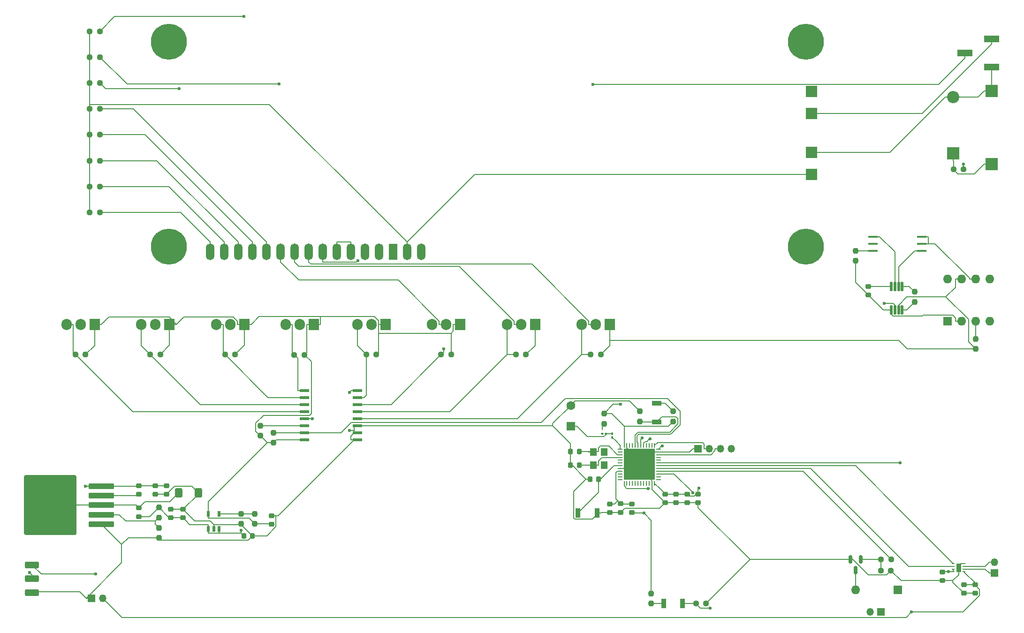
<source format=gbr>
%TF.GenerationSoftware,KiCad,Pcbnew,8.0.6-8.0.6-0~ubuntu22.04.1*%
%TF.CreationDate,2024-10-30T23:16:00-03:00*%
%TF.ProjectId,Projeto SEMB,50726f6a-6574-46f2-9053-454d422e6b69,rev?*%
%TF.SameCoordinates,Original*%
%TF.FileFunction,Copper,L1,Top*%
%TF.FilePolarity,Positive*%
%FSLAX46Y46*%
G04 Gerber Fmt 4.6, Leading zero omitted, Abs format (unit mm)*
G04 Created by KiCad (PCBNEW 8.0.6-8.0.6-0~ubuntu22.04.1) date 2024-10-30 23:16:00*
%MOMM*%
%LPD*%
G01*
G04 APERTURE LIST*
G04 Aperture macros list*
%AMRoundRect*
0 Rectangle with rounded corners*
0 $1 Rounding radius*
0 $2 $3 $4 $5 $6 $7 $8 $9 X,Y pos of 4 corners*
0 Add a 4 corners polygon primitive as box body*
4,1,4,$2,$3,$4,$5,$6,$7,$8,$9,$2,$3,0*
0 Add four circle primitives for the rounded corners*
1,1,$1+$1,$2,$3*
1,1,$1+$1,$4,$5*
1,1,$1+$1,$6,$7*
1,1,$1+$1,$8,$9*
0 Add four rect primitives between the rounded corners*
20,1,$1+$1,$2,$3,$4,$5,0*
20,1,$1+$1,$4,$5,$6,$7,0*
20,1,$1+$1,$6,$7,$8,$9,0*
20,1,$1+$1,$8,$9,$2,$3,0*%
G04 Aperture macros list end*
%TA.AperFunction,ComponentPad*%
%ADD10R,1.350000X1.350000*%
%TD*%
%TA.AperFunction,ComponentPad*%
%ADD11O,1.350000X1.350000*%
%TD*%
%TA.AperFunction,SMDPad,CuDef*%
%ADD12RoundRect,0.237500X-0.237500X0.250000X-0.237500X-0.250000X0.237500X-0.250000X0.237500X0.250000X0*%
%TD*%
%TA.AperFunction,ComponentPad*%
%ADD13R,1.905000X2.000000*%
%TD*%
%TA.AperFunction,ComponentPad*%
%ADD14O,1.905000X2.000000*%
%TD*%
%TA.AperFunction,SMDPad,CuDef*%
%ADD15RoundRect,0.225000X-0.250000X0.225000X-0.250000X-0.225000X0.250000X-0.225000X0.250000X0.225000X0*%
%TD*%
%TA.AperFunction,SMDPad,CuDef*%
%ADD16RoundRect,0.237500X-0.250000X-0.237500X0.250000X-0.237500X0.250000X0.237500X-0.250000X0.237500X0*%
%TD*%
%TA.AperFunction,SMDPad,CuDef*%
%ADD17RoundRect,0.225000X0.250000X-0.225000X0.250000X0.225000X-0.250000X0.225000X-0.250000X-0.225000X0*%
%TD*%
%TA.AperFunction,SMDPad,CuDef*%
%ADD18RoundRect,0.225000X0.225000X0.250000X-0.225000X0.250000X-0.225000X-0.250000X0.225000X-0.250000X0*%
%TD*%
%TA.AperFunction,SMDPad,CuDef*%
%ADD19RoundRect,0.237500X0.250000X0.237500X-0.250000X0.237500X-0.250000X-0.237500X0.250000X-0.237500X0*%
%TD*%
%TA.AperFunction,SMDPad,CuDef*%
%ADD20RoundRect,0.218750X-0.256250X0.218750X-0.256250X-0.218750X0.256250X-0.218750X0.256250X0.218750X0*%
%TD*%
%TA.AperFunction,SMDPad,CuDef*%
%ADD21RoundRect,0.100000X0.130000X0.100000X-0.130000X0.100000X-0.130000X-0.100000X0.130000X-0.100000X0*%
%TD*%
%TA.AperFunction,SMDPad,CuDef*%
%ADD22R,2.790000X1.190000*%
%TD*%
%TA.AperFunction,SMDPad,CuDef*%
%ADD23RoundRect,0.062500X0.187500X0.062500X-0.187500X0.062500X-0.187500X-0.062500X0.187500X-0.062500X0*%
%TD*%
%TA.AperFunction,ComponentPad*%
%ADD24C,0.600000*%
%TD*%
%TA.AperFunction,SMDPad,CuDef*%
%ADD25R,0.900000X1.600000*%
%TD*%
%TA.AperFunction,SMDPad,CuDef*%
%ADD26RoundRect,0.100000X0.100000X-0.130000X0.100000X0.130000X-0.100000X0.130000X-0.100000X-0.130000X0*%
%TD*%
%TA.AperFunction,SMDPad,CuDef*%
%ADD27RoundRect,0.250000X1.000000X-0.375000X1.000000X0.375000X-1.000000X0.375000X-1.000000X-0.375000X0*%
%TD*%
%TA.AperFunction,SMDPad,CuDef*%
%ADD28RoundRect,0.237500X0.237500X-0.250000X0.237500X0.250000X-0.237500X0.250000X-0.237500X-0.250000X0*%
%TD*%
%TA.AperFunction,SMDPad,CuDef*%
%ADD29R,0.900000X1.700000*%
%TD*%
%TA.AperFunction,SMDPad,CuDef*%
%ADD30RoundRect,0.062500X-0.375000X-0.062500X0.375000X-0.062500X0.375000X0.062500X-0.375000X0.062500X0*%
%TD*%
%TA.AperFunction,SMDPad,CuDef*%
%ADD31RoundRect,0.062500X-0.062500X-0.375000X0.062500X-0.375000X0.062500X0.375000X-0.062500X0.375000X0*%
%TD*%
%TA.AperFunction,HeatsinkPad*%
%ADD32R,5.600000X5.600000*%
%TD*%
%TA.AperFunction,SMDPad,CuDef*%
%ADD33R,1.803400X0.533400*%
%TD*%
%TA.AperFunction,SMDPad,CuDef*%
%ADD34RoundRect,0.250000X-0.400000X-0.600000X0.400000X-0.600000X0.400000X0.600000X-0.400000X0.600000X0*%
%TD*%
%TA.AperFunction,SMDPad,CuDef*%
%ADD35RoundRect,0.218750X0.256250X-0.218750X0.256250X0.218750X-0.256250X0.218750X-0.256250X-0.218750X0*%
%TD*%
%TA.AperFunction,SMDPad,CuDef*%
%ADD36RoundRect,0.250000X2.050000X0.300000X-2.050000X0.300000X-2.050000X-0.300000X2.050000X-0.300000X0*%
%TD*%
%TA.AperFunction,SMDPad,CuDef*%
%ADD37RoundRect,0.250000X2.025000X2.375000X-2.025000X2.375000X-2.025000X-2.375000X2.025000X-2.375000X0*%
%TD*%
%TA.AperFunction,SMDPad,CuDef*%
%ADD38RoundRect,0.250002X4.449998X5.149998X-4.449998X5.149998X-4.449998X-5.149998X4.449998X-5.149998X0*%
%TD*%
%TA.AperFunction,ComponentPad*%
%ADD39R,1.600000X1.600000*%
%TD*%
%TA.AperFunction,ComponentPad*%
%ADD40O,1.600000X1.600000*%
%TD*%
%TA.AperFunction,SMDPad,CuDef*%
%ADD41RoundRect,0.125000X-0.125000X0.687500X-0.125000X-0.687500X0.125000X-0.687500X0.125000X0.687500X0*%
%TD*%
%TA.AperFunction,SMDPad,CuDef*%
%ADD42R,2.200000X2.200000*%
%TD*%
%TA.AperFunction,SMDPad,CuDef*%
%ADD43R,1.700000X0.900000*%
%TD*%
%TA.AperFunction,SMDPad,CuDef*%
%ADD44R,1.803400X0.457200*%
%TD*%
%TA.AperFunction,ComponentPad*%
%ADD45R,2.200000X2.200000*%
%TD*%
%TA.AperFunction,ComponentPad*%
%ADD46O,2.200000X2.200000*%
%TD*%
%TA.AperFunction,SMDPad,CuDef*%
%ADD47RoundRect,0.225000X-0.225000X-0.250000X0.225000X-0.250000X0.225000X0.250000X-0.225000X0.250000X0*%
%TD*%
%TA.AperFunction,SMDPad,CuDef*%
%ADD48RoundRect,0.150000X-0.150000X0.587500X-0.150000X-0.587500X0.150000X-0.587500X0.150000X0.587500X0*%
%TD*%
%TA.AperFunction,SMDPad,CuDef*%
%ADD49R,0.508000X0.977900*%
%TD*%
%TA.AperFunction,ComponentPad*%
%ADD50C,1.600000*%
%TD*%
%TA.AperFunction,ComponentPad*%
%ADD51C,6.500000*%
%TD*%
%TA.AperFunction,ComponentPad*%
%ADD52R,1.500000X3.000000*%
%TD*%
%TA.AperFunction,ComponentPad*%
%ADD53O,1.500000X3.000000*%
%TD*%
%TA.AperFunction,ComponentPad*%
%ADD54R,2.000000X2.000000*%
%TD*%
%TA.AperFunction,SMDPad,CuDef*%
%ADD55R,1.200000X1.400000*%
%TD*%
%TA.AperFunction,ViaPad*%
%ADD56C,0.600000*%
%TD*%
%TA.AperFunction,Conductor*%
%ADD57C,0.200000*%
%TD*%
G04 APERTURE END LIST*
D10*
%TO.P,L2,1,1*%
%TO.N,3.3V*%
X188120000Y-144712500D03*
D11*
%TO.P,L2,2,2*%
%TO.N,Net-(D2-A)*%
X186120000Y-144712500D03*
%TD*%
D12*
%TO.P,R11,1*%
%TO.N,+3.3V*%
X146620000Y-141387500D03*
%TO.P,R11,2*%
%TO.N,Net-(R11-Pad2)*%
X146620000Y-143212500D03*
%TD*%
%TO.P,R1,1*%
%TO.N,+5V*%
X57756700Y-125855000D03*
%TO.P,R1,2*%
%TO.N,Net-(U10-FB)*%
X57756700Y-127680000D03*
%TD*%
D13*
%TO.P,Q9,1,G*%
%TO.N,+3.3V*%
X125660000Y-92767500D03*
D14*
%TO.P,Q9,2,D*%
%TO.N,DB1*%
X123120000Y-92767500D03*
%TO.P,Q9,3,S*%
%TO.N,P1*%
X120580000Y-92767500D03*
%TD*%
D15*
%TO.P,C10,1*%
%TO.N,+12V*%
X203075300Y-139772100D03*
%TO.P,C10,2*%
%TO.N,GND*%
X203075300Y-141322100D03*
%TD*%
D16*
%TO.P,R34,1*%
%TO.N,Net-(BZ1-+)*%
X201207500Y-64812500D03*
%TO.P,R34,2*%
%TO.N,PA10*%
X203032500Y-64812500D03*
%TD*%
D13*
%TO.P,Q7,1,G*%
%TO.N,+3.3V*%
X59700000Y-92767500D03*
D14*
%TO.P,Q7,2,D*%
%TO.N,DB6*%
X57160000Y-92767500D03*
%TO.P,Q7,3,S*%
%TO.N,P6*%
X54620000Y-92767500D03*
%TD*%
D17*
%TO.P,C5,1*%
%TO.N,+5V*%
X59938300Y-127712500D03*
%TO.P,C5,2*%
%TO.N,GND*%
X59938300Y-126162500D03*
%TD*%
D16*
%TO.P,R13,1*%
%TO.N,P0*%
X135707500Y-98212500D03*
%TO.P,R13,2*%
%TO.N,+3.3V*%
X137532500Y-98212500D03*
%TD*%
D13*
%TO.P,Q3,1,G*%
%TO.N,+3.3V*%
X112160000Y-92767500D03*
D14*
%TO.P,Q3,2,D*%
%TO.N,DB2*%
X109620000Y-92767500D03*
%TO.P,Q3,3,S*%
%TO.N,P2*%
X107080000Y-92767500D03*
%TD*%
D13*
%TO.P,Q5,1,G*%
%TO.N,+3.3V*%
X85700000Y-92767500D03*
D14*
%TO.P,Q5,2,D*%
%TO.N,DB4*%
X83160000Y-92767500D03*
%TO.P,Q5,3,S*%
%TO.N,P4*%
X80620000Y-92767500D03*
%TD*%
D18*
%TO.P,C19,1*%
%TO.N,PC15*%
X133620000Y-118212500D03*
%TO.P,C19,2*%
%TO.N,GND*%
X132070000Y-118212500D03*
%TD*%
D16*
%TO.P,R3,1*%
%TO.N,Net-(Q1-G)*%
X188120000Y-135212500D03*
%TO.P,R3,2*%
%TO.N,PB15*%
X189945000Y-135212500D03*
%TD*%
D19*
%TO.P,R16,1*%
%TO.N,DB1*%
X47120000Y-44518600D03*
%TO.P,R16,2*%
%TO.N,+5V*%
X45295000Y-44518600D03*
%TD*%
D17*
%TO.P,C8,1*%
%TO.N,+3.3V*%
X78120000Y-128866600D03*
%TO.P,C8,2*%
%TO.N,GND*%
X78120000Y-127316600D03*
%TD*%
D19*
%TO.P,R22,1*%
%TO.N,DB4*%
X47120000Y-58539000D03*
%TO.P,R22,2*%
%TO.N,+5V*%
X45295000Y-58539000D03*
%TD*%
D10*
%TO.P,M1,1,+*%
%TO.N,Net-(M1-+)*%
X208620000Y-137712500D03*
D11*
%TO.P,M1,2,-*%
%TO.N,Net-(M1--)*%
X208620000Y-135712500D03*
%TD*%
D15*
%TO.P,C9,1*%
%TO.N,+3.3V*%
X199155300Y-137516100D03*
%TO.P,C9,2*%
%TO.N,GND*%
X199155300Y-139066100D03*
%TD*%
D12*
%TO.P,R31,1*%
%TO.N,+3.3V*%
X138120000Y-108887500D03*
%TO.P,R31,2*%
%TO.N,Net-(D4-A)*%
X138120000Y-110712500D03*
%TD*%
D15*
%TO.P,C17,1*%
%TO.N,VDDA*%
X141132500Y-125162500D03*
%TO.P,C17,2*%
%TO.N,GND*%
X141132500Y-126712500D03*
%TD*%
D20*
%TO.P,L1,1,1*%
%TO.N,Net-(D1-K)*%
X54120000Y-125925000D03*
%TO.P,L1,2,2*%
%TO.N,+5V*%
X54120000Y-127500000D03*
%TD*%
D17*
%TO.P,C4,1*%
%TO.N,+5V*%
X62120000Y-127712500D03*
%TO.P,C4,2*%
%TO.N,GND*%
X62120000Y-126162500D03*
%TD*%
D18*
%TO.P,C18,1*%
%TO.N,PC14*%
X133620000Y-115709800D03*
%TO.P,C18,2*%
%TO.N,GND*%
X132070000Y-115709800D03*
%TD*%
D21*
%TO.P,D4,1,K*%
%TO.N,Net-(D4-K)*%
X138450300Y-112528200D03*
%TO.P,D4,2,A*%
%TO.N,Net-(D4-A)*%
X137810300Y-112528200D03*
%TD*%
D22*
%TO.P,RV1,1,1*%
%TO.N,GND*%
X208120000Y-46312500D03*
%TO.P,RV1,2,2*%
%TO.N,Net-(U11-VO)*%
X203290000Y-43772500D03*
%TO.P,RV1,3,3*%
%TO.N,+5V*%
X208120000Y-41232500D03*
%TD*%
D23*
%TO.P,U4,1,VM*%
%TO.N,+12V*%
X203070000Y-137462500D03*
%TO.P,U4,2,OUT1*%
%TO.N,Net-(M1-+)*%
X203070000Y-136962500D03*
%TO.P,U4,3,OUT2*%
%TO.N,Net-(M1--)*%
X203070000Y-136462500D03*
%TO.P,U4,4,GND*%
%TO.N,GND*%
X203070000Y-135962500D03*
%TO.P,U4,5,IN2*%
%TO.N,PA9*%
X201170000Y-135962500D03*
%TO.P,U4,6,IN1*%
%TO.N,PA8*%
X201170000Y-136462500D03*
%TO.P,U4,7,~{SLEEP}*%
%TO.N,+3.3V*%
X201170000Y-136962500D03*
%TO.P,U4,8,VCC*%
X201170000Y-137462500D03*
D24*
%TO.P,U4,9,GND*%
%TO.N,GND*%
X202120000Y-137212500D03*
D25*
X202120000Y-136712500D03*
D24*
X202120000Y-136212500D03*
%TD*%
D10*
%TO.P,J1,1,Pin_1*%
%TO.N,GND*%
X45620000Y-142212500D03*
D11*
%TO.P,J1,2,Pin_2*%
%TO.N,+12V*%
X47620000Y-142212500D03*
%TD*%
D26*
%TO.P,D5,1,K*%
%TO.N,VBAT*%
X139620000Y-113187500D03*
%TO.P,D5,2,A*%
%TO.N,Net-(D4-K)*%
X139620000Y-112547500D03*
%TD*%
D15*
%TO.P,C3,1*%
%TO.N,Net-(SW3-B)*%
X54120000Y-121937500D03*
%TO.P,C3,2*%
%TO.N,Net-(U10-VC)*%
X54120000Y-123487500D03*
%TD*%
D27*
%TO.P,SW3,1,A*%
%TO.N,GND*%
X34870000Y-141212500D03*
%TO.P,SW3,2,B*%
%TO.N,Net-(SW3-B)*%
X34870000Y-138712500D03*
%TO.P,SW3,3,C*%
%TO.N,+12V*%
X34870000Y-136212500D03*
%TD*%
D28*
%TO.P,R5,1*%
%TO.N,+3.3V*%
X205200000Y-97212500D03*
%TO.P,R5,2*%
%TO.N,Net-(U3-+)*%
X205200000Y-95387500D03*
%TD*%
D29*
%TO.P,SW4,1,1*%
%TO.N,Net-(R11-Pad2)*%
X148920000Y-143212500D03*
%TO.P,SW4,2,2*%
%TO.N,PB14*%
X152320000Y-143212500D03*
%TD*%
D30*
%TO.P,U1,1,VBAT*%
%TO.N,VBAT*%
X141057500Y-115309800D03*
%TO.P,U1,2,PC13*%
%TO.N,unconnected-(U1-PC13-Pad2)*%
X141057500Y-115809800D03*
%TO.P,U1,3,PC14*%
%TO.N,PC14*%
X141057500Y-116309800D03*
%TO.P,U1,4,PC15*%
%TO.N,PC15*%
X141057500Y-116809800D03*
%TO.P,U1,5,PH0*%
%TO.N,unconnected-(U1-PH0-Pad5)*%
X141057500Y-117309800D03*
%TO.P,U1,6,PH1*%
%TO.N,unconnected-(U1-PH1-Pad6)*%
X141057500Y-117809800D03*
%TO.P,U1,7,NRST*%
%TO.N,Net-(U1-NRST)*%
X141057500Y-118309800D03*
%TO.P,U1,8,VSSA*%
%TO.N,GND*%
X141057500Y-118809800D03*
%TO.P,U1,9,VDDA*%
%TO.N,VDDA*%
X141057500Y-119309800D03*
%TO.P,U1,10,PA0*%
%TO.N,unconnected-(U1-PA0-Pad10)*%
X141057500Y-119809800D03*
%TO.P,U1,11,PA1*%
%TO.N,unconnected-(U1-PA1-Pad11)*%
X141057500Y-120309800D03*
%TO.P,U1,12,PA2*%
%TO.N,unconnected-(U1-PA2-Pad12)*%
X141057500Y-120809800D03*
D31*
%TO.P,U1,13,PA3*%
%TO.N,PA3*%
X141745000Y-121497300D03*
%TO.P,U1,14,PA4*%
%TO.N,unconnected-(U1-PA4-Pad14)*%
X142245000Y-121497300D03*
%TO.P,U1,15,PA5*%
%TO.N,unconnected-(U1-PA5-Pad15)*%
X142745000Y-121497300D03*
%TO.P,U1,16,PA6*%
%TO.N,unconnected-(U1-PA6-Pad16)*%
X143245000Y-121497300D03*
%TO.P,U1,17,PA7*%
%TO.N,unconnected-(U1-PA7-Pad17)*%
X143745000Y-121497300D03*
%TO.P,U1,18,PB0*%
%TO.N,unconnected-(U1-PB0-Pad18)*%
X144245000Y-121497300D03*
%TO.P,U1,19,PB1*%
%TO.N,unconnected-(U1-PB1-Pad19)*%
X144745000Y-121497300D03*
%TO.P,U1,20,PB2*%
%TO.N,unconnected-(U1-PB2-Pad20)*%
X145245000Y-121497300D03*
%TO.P,U1,21,PB10*%
%TO.N,unconnected-(U1-PB10-Pad21)*%
X145745000Y-121497300D03*
%TO.P,U1,22,VCAP1*%
%TO.N,unconnected-(U1-VCAP1-Pad22)*%
X146245000Y-121497300D03*
%TO.P,U1,23,VSS*%
%TO.N,GND*%
X146745000Y-121497300D03*
%TO.P,U1,24,VDD*%
%TO.N,+3.3V*%
X147245000Y-121497300D03*
D30*
%TO.P,U1,25,PB12*%
%TO.N,unconnected-(U1-PB12-Pad25)*%
X147932500Y-120809800D03*
%TO.P,U1,26,PB13*%
%TO.N,unconnected-(U1-PB13-Pad26)*%
X147932500Y-120309800D03*
%TO.P,U1,27,PB14*%
%TO.N,PB14*%
X147932500Y-119809800D03*
%TO.P,U1,28,PB15*%
%TO.N,PB15*%
X147932500Y-119309800D03*
%TO.P,U1,29,PA8*%
%TO.N,PA8*%
X147932500Y-118809800D03*
%TO.P,U1,30,PA9*%
%TO.N,PA9*%
X147932500Y-118309800D03*
%TO.P,U1,31,PA10*%
%TO.N,PA10*%
X147932500Y-117809800D03*
%TO.P,U1,32,PA11*%
%TO.N,unconnected-(U1-PA11-Pad32)*%
X147932500Y-117309800D03*
%TO.P,U1,33,PA12*%
%TO.N,unconnected-(U1-PA12-Pad33)*%
X147932500Y-116809800D03*
%TO.P,U1,34,PA13*%
%TO.N,PA13*%
X147932500Y-116309800D03*
%TO.P,U1,35,VSS*%
%TO.N,GND*%
X147932500Y-115809800D03*
%TO.P,U1,36,VDD*%
%TO.N,+3.3V*%
X147932500Y-115309800D03*
D31*
%TO.P,U1,37,PA14*%
%TO.N,PA14*%
X147245000Y-114622300D03*
%TO.P,U1,38,PA15*%
%TO.N,unconnected-(U1-PA15-Pad38)*%
X146745000Y-114622300D03*
%TO.P,U1,39,PB3*%
%TO.N,unconnected-(U1-PB3-Pad39)*%
X146245000Y-114622300D03*
%TO.P,U1,40,PB4*%
%TO.N,unconnected-(U1-PB4-Pad40)*%
X145745000Y-114622300D03*
%TO.P,U1,41,PB5*%
%TO.N,PB5*%
X145245000Y-114622300D03*
%TO.P,U1,42,PB6*%
%TO.N,PB6*%
X144745000Y-114622300D03*
%TO.P,U1,43,PB7*%
%TO.N,PB7*%
X144245000Y-114622300D03*
%TO.P,U1,44,BOOT0*%
%TO.N,Net-(U1-BOOT0)*%
X143745000Y-114622300D03*
%TO.P,U1,45,PB8*%
%TO.N,unconnected-(U1-PB8-Pad45)*%
X143245000Y-114622300D03*
%TO.P,U1,46,PB9*%
%TO.N,unconnected-(U1-PB9-Pad46)*%
X142745000Y-114622300D03*
%TO.P,U1,47,VSS*%
%TO.N,GND*%
X142245000Y-114622300D03*
%TO.P,U1,48,VDD*%
%TO.N,+3.3V*%
X141745000Y-114622300D03*
D32*
%TO.P,U1,49,VSS*%
%TO.N,GND*%
X144495000Y-118059800D03*
%TD*%
D19*
%TO.P,R14,1*%
%TO.N,DB0*%
X47120000Y-39845200D03*
%TO.P,R14,2*%
%TO.N,+5V*%
X45295000Y-39845200D03*
%TD*%
D12*
%TO.P,R2,1*%
%TO.N,Net-(U10-FB)*%
X57766900Y-129529300D03*
%TO.P,R2,2*%
%TO.N,GND*%
X57766900Y-131354300D03*
%TD*%
D18*
%TO.P,C20,1*%
%TO.N,Net-(U1-NRST)*%
X137170000Y-120712500D03*
%TO.P,C20,2*%
%TO.N,GND*%
X135620000Y-120712500D03*
%TD*%
D33*
%TO.P,U5,1,A0*%
%TO.N,GND*%
X93620000Y-113602500D03*
%TO.P,U5,2,A1*%
X93620000Y-112332500D03*
%TO.P,U5,3,A2*%
X93620000Y-111062500D03*
%TO.P,U5,4,P0*%
%TO.N,P0*%
X93620000Y-109792500D03*
%TO.P,U5,5,P1*%
%TO.N,P1*%
X93620000Y-108522500D03*
%TO.P,U5,6,P2*%
%TO.N,P2*%
X93620000Y-107252500D03*
%TO.P,U5,7,P3*%
%TO.N,P3*%
X93620000Y-105982500D03*
%TO.P,U5,8,VSS*%
%TO.N,GND*%
X93620000Y-104712500D03*
%TO.P,U5,9,P4*%
%TO.N,P4*%
X84069600Y-104712500D03*
%TO.P,U5,10,P5*%
%TO.N,P5*%
X84069600Y-105982500D03*
%TO.P,U5,11,P6*%
%TO.N,P6*%
X84069600Y-107252500D03*
%TO.P,U5,12,P7*%
%TO.N,P7*%
X84069600Y-108522500D03*
%TO.P,U5,13,~{INT}*%
%TO.N,+5V*%
X84069600Y-109792500D03*
%TO.P,U5,14,SCL*%
%TO.N,PB6*%
X84069600Y-111062500D03*
%TO.P,U5,15,SDA*%
%TO.N,PB7*%
X84069600Y-112332500D03*
%TO.P,U5,16,VDD*%
%TO.N,+3.3V*%
X84069600Y-113602500D03*
%TD*%
D34*
%TO.P,D1,1,K*%
%TO.N,Net-(D1-K)*%
X61370000Y-123212500D03*
%TO.P,D1,2,A*%
%TO.N,GND*%
X64870000Y-123212500D03*
%TD*%
D19*
%TO.P,R12,1*%
%TO.N,GND*%
X156532500Y-143212500D03*
%TO.P,R12,2*%
%TO.N,PB14*%
X154707500Y-143212500D03*
%TD*%
D16*
%TO.P,R25,1*%
%TO.N,P6*%
X56207500Y-98212500D03*
%TO.P,R25,2*%
%TO.N,+3.3V*%
X58032500Y-98212500D03*
%TD*%
D12*
%TO.P,R6,1*%
%TO.N,Net-(U2-GND)*%
X183515500Y-79484800D03*
%TO.P,R6,2*%
%TO.N,GND*%
X183515500Y-81309800D03*
%TD*%
D35*
%TO.P,L3,1,1*%
%TO.N,+3.3V*%
X143132500Y-126787500D03*
%TO.P,L3,2,2*%
%TO.N,VDDA*%
X143132500Y-125212500D03*
%TD*%
D12*
%TO.P,R7,1*%
%TO.N,Net-(R7-Pad1)*%
X194160000Y-86887500D03*
%TO.P,R7,2*%
%TO.N,Net-(R7-Pad2)*%
X194160000Y-88712500D03*
%TD*%
D13*
%TO.P,Q2,1,G*%
%TO.N,+3.3V*%
X139160000Y-92767500D03*
D14*
%TO.P,Q2,2,D*%
%TO.N,DB0*%
X136620000Y-92767500D03*
%TO.P,Q2,3,S*%
%TO.N,P0*%
X134080000Y-92767500D03*
%TD*%
D16*
%TO.P,R23,1*%
%TO.N,P5*%
X69707500Y-98212500D03*
%TO.P,R23,2*%
%TO.N,+3.3V*%
X71532500Y-98212500D03*
%TD*%
D36*
%TO.P,U10,1,GND*%
%TO.N,GND*%
X47345000Y-128837500D03*
%TO.P,U10,2,FB*%
%TO.N,Net-(U10-FB)*%
X47345000Y-127137500D03*
%TO.P,U10,3,SW*%
%TO.N,Net-(D1-K)*%
X47345000Y-125437500D03*
D37*
X40620000Y-128212500D03*
X40620000Y-122662500D03*
D38*
X38195000Y-125437500D03*
D37*
X35770000Y-128212500D03*
X35770000Y-122662500D03*
D36*
%TO.P,U10,4,VC*%
%TO.N,Net-(U10-VC)*%
X47345000Y-123737500D03*
%TO.P,U10,5,VIN*%
%TO.N,Net-(SW3-B)*%
X47345000Y-122037500D03*
%TD*%
D19*
%TO.P,R18,1*%
%TO.N,DB2*%
X47120000Y-49192100D03*
%TO.P,R18,2*%
%TO.N,+5V*%
X45295000Y-49192100D03*
%TD*%
D16*
%TO.P,R27,1*%
%TO.N,P7*%
X42707500Y-98212500D03*
%TO.P,R27,2*%
%TO.N,+3.3V*%
X44532500Y-98212500D03*
%TD*%
D19*
%TO.P,R24,1*%
%TO.N,DB5*%
X47120000Y-63212500D03*
%TO.P,R24,2*%
%TO.N,+5V*%
X45295000Y-63212500D03*
%TD*%
D12*
%TO.P,R10,1*%
%TO.N,Net-(U7-FB)*%
X72609700Y-126979800D03*
%TO.P,R10,2*%
%TO.N,GND*%
X72609700Y-128804800D03*
%TD*%
D39*
%TO.P,D2,1,K*%
%TO.N,3.3V*%
X191120000Y-140712500D03*
D40*
%TO.P,D2,2,A*%
%TO.N,Net-(D2-A)*%
X183500000Y-140712500D03*
%TD*%
D16*
%TO.P,R17,1*%
%TO.N,P2*%
X108707500Y-98212500D03*
%TO.P,R17,2*%
%TO.N,+3.3V*%
X110532500Y-98212500D03*
%TD*%
D41*
%TO.P,U13,1,Rg*%
%TO.N,Net-(R7-Pad1)*%
X191935000Y-85920000D03*
%TO.P,U13,2,-*%
%TO.N,Net-(U13--)*%
X191285000Y-85920000D03*
%TO.P,U13,3,+*%
%TO.N,Net-(U13-+)*%
X190635000Y-85920000D03*
%TO.P,U13,4,V-*%
%TO.N,Net-(U13-V-)*%
X189985000Y-85920000D03*
%TO.P,U13,5,Ref*%
%TO.N,GND*%
X189985000Y-90145000D03*
%TO.P,U13,6*%
%TO.N,PA3*%
X190635000Y-90145000D03*
%TO.P,U13,7,V+*%
%TO.N,+3.3V*%
X191285000Y-90145000D03*
%TO.P,U13,8,Rg*%
%TO.N,Net-(R7-Pad2)*%
X191935000Y-90145000D03*
%TD*%
D42*
%TO.P,BZ1,1,+*%
%TO.N,Net-(BZ1-+)*%
X208120000Y-63812500D03*
%TO.P,BZ1,2,-*%
%TO.N,GND*%
X208120000Y-50612500D03*
%TD*%
D28*
%TO.P,R8,1*%
%TO.N,+3.3V*%
X75109700Y-128804800D03*
%TO.P,R8,2*%
%TO.N,Net-(U7-FB)*%
X75109700Y-126979800D03*
%TD*%
D15*
%TO.P,C1,1*%
%TO.N,Net-(SW3-B)*%
X59120000Y-121937500D03*
%TO.P,C1,2*%
%TO.N,GND*%
X59120000Y-123487500D03*
%TD*%
D43*
%TO.P,SW2,1,1*%
%TO.N,Net-(R32-Pad2)*%
X147620000Y-107012500D03*
%TO.P,SW2,2,2*%
%TO.N,Net-(U1-BOOT0)*%
X147620000Y-110412500D03*
%TD*%
D16*
%TO.P,R21,1*%
%TO.N,P4*%
X82207500Y-98267500D03*
%TO.P,R21,2*%
%TO.N,+3.3V*%
X84032500Y-98267500D03*
%TD*%
D19*
%TO.P,R28,1*%
%TO.N,DB7*%
X47120000Y-72559400D03*
%TO.P,R28,2*%
%TO.N,+5V*%
X45295000Y-72559400D03*
%TD*%
D13*
%TO.P,Q8,1,G*%
%TO.N,+3.3V*%
X46160000Y-92767500D03*
D14*
%TO.P,Q8,2,D*%
%TO.N,DB7*%
X43620000Y-92767500D03*
%TO.P,Q8,3,S*%
%TO.N,P7*%
X41080000Y-92767500D03*
%TD*%
D12*
%TO.P,R33,1*%
%TO.N,GND*%
X144620000Y-108500000D03*
%TO.P,R33,2*%
%TO.N,Net-(U1-BOOT0)*%
X144620000Y-110325000D03*
%TD*%
D15*
%TO.P,C16,1*%
%TO.N,VDDA*%
X139132500Y-125212500D03*
%TO.P,C16,2*%
%TO.N,GND*%
X139132500Y-126762500D03*
%TD*%
D28*
%TO.P,R32,1*%
%TO.N,+3.3V*%
X150620000Y-110325000D03*
%TO.P,R32,2*%
%TO.N,Net-(R32-Pad2)*%
X150620000Y-108500000D03*
%TD*%
D44*
%TO.P,U2,1,VOUT+*%
%TO.N,Net-(U13-+)*%
X186660000Y-76942500D03*
%TO.P,U2,2,NC*%
%TO.N,unconnected-(U2-NC-Pad2)*%
X186660000Y-78212500D03*
%TO.P,U2,3,GND*%
%TO.N,Net-(U2-GND)*%
X186660000Y-79482500D03*
%TO.P,U2,4,VOUT-*%
%TO.N,Net-(U13--)*%
X195423000Y-79482500D03*
%TO.P,U2,5,N-SUB*%
%TO.N,Net-(U2-ICC)*%
X195423000Y-78212500D03*
%TO.P,U2,6,ICC*%
X195423000Y-76942500D03*
%TD*%
D45*
%TO.P,D3,1,K*%
%TO.N,Net-(BZ1-+)*%
X201120000Y-61892500D03*
D46*
%TO.P,D3,2,A*%
%TO.N,GND*%
X201120000Y-51732500D03*
%TD*%
D47*
%TO.P,C7,1*%
%TO.N,+5V*%
X73113500Y-130987300D03*
%TO.P,C7,2*%
%TO.N,GND*%
X74663500Y-130987300D03*
%TD*%
D15*
%TO.P,C6,1*%
%TO.N,Net-(U13-V-)*%
X185838500Y-85935400D03*
%TO.P,C6,2*%
%TO.N,GND*%
X185838500Y-87485400D03*
%TD*%
%TO.P,C14,1*%
%TO.N,+3.3V*%
X149120000Y-123437500D03*
%TO.P,C14,2*%
%TO.N,GND*%
X149120000Y-124987500D03*
%TD*%
%TO.P,C21,1*%
%TO.N,Net-(SW3-B)*%
X57120000Y-121937500D03*
%TO.P,C21,2*%
%TO.N,GND*%
X57120000Y-123487500D03*
%TD*%
D16*
%TO.P,R4,1*%
%TO.N,Net-(Q1-G)*%
X188073700Y-137265300D03*
%TO.P,R4,2*%
%TO.N,GND*%
X189898700Y-137265300D03*
%TD*%
D48*
%TO.P,Q1,1,G*%
%TO.N,Net-(Q1-G)*%
X184456200Y-135250600D03*
%TO.P,Q1,2,S*%
%TO.N,GND*%
X182556200Y-135250600D03*
%TO.P,Q1,3,D*%
%TO.N,Net-(D2-A)*%
X183506200Y-137125600D03*
%TD*%
D15*
%TO.P,C11,1*%
%TO.N,+12V*%
X205075300Y-139772100D03*
%TO.P,C11,2*%
%TO.N,GND*%
X205075300Y-141322100D03*
%TD*%
D19*
%TO.P,R26,1*%
%TO.N,DB6*%
X47120000Y-67886000D03*
%TO.P,R26,2*%
%TO.N,+5V*%
X45295000Y-67886000D03*
%TD*%
D49*
%TO.P,U7,1,IN*%
%TO.N,+5V*%
X66719999Y-129712450D03*
%TO.P,U7,2,GND*%
%TO.N,GND*%
X67670000Y-129712450D03*
%TO.P,U7,3,EN*%
%TO.N,+5V*%
X68620001Y-129712450D03*
%TO.P,U7,4,FB*%
%TO.N,Net-(U7-FB)*%
X68620001Y-126981950D03*
%TO.P,U7,5,OUT*%
%TO.N,+3.3V*%
X66719999Y-126981950D03*
%TD*%
D28*
%TO.P,R29,1*%
%TO.N,+3.3V*%
X78437800Y-114168700D03*
%TO.P,R29,2*%
%TO.N,PB7*%
X78437800Y-112343700D03*
%TD*%
D39*
%TO.P,C15,1*%
%TO.N,Net-(D4-K)*%
X132120000Y-111212500D03*
D50*
%TO.P,C15,2*%
%TO.N,GND*%
X132120000Y-107412500D03*
%TD*%
D29*
%TO.P,SW1,1,1*%
%TO.N,GND*%
X136832500Y-126809800D03*
%TO.P,SW1,2,2*%
%TO.N,Net-(U1-NRST)*%
X133432500Y-126809800D03*
%TD*%
D51*
%TO.P,U11,*%
%TO.N,*%
X174540000Y-78712500D03*
X174540000Y-41712500D03*
X59540000Y-78712500D03*
X59540000Y-41712500D03*
D52*
%TO.P,U11,1,VSS*%
%TO.N,GND*%
X100040000Y-79712500D03*
D53*
%TO.P,U11,2,VDD*%
%TO.N,+5V*%
X97500000Y-79712500D03*
%TO.P,U11,3,VO*%
%TO.N,Net-(U11-VO)*%
X94960000Y-79712500D03*
%TO.P,U11,4,RS*%
%TO.N,GND*%
X92420000Y-79712500D03*
%TO.P,U11,5,R/~{W}*%
X89880000Y-79712500D03*
%TO.P,U11,6,E*%
%TO.N,PB5*%
X87340000Y-79712500D03*
%TO.P,U11,7,DB0*%
%TO.N,DB0*%
X84800000Y-79712500D03*
%TO.P,U11,8,DB1*%
%TO.N,DB1*%
X82260000Y-79712500D03*
%TO.P,U11,9,DB2*%
%TO.N,DB2*%
X79720000Y-79712500D03*
%TO.P,U11,10,DB3*%
%TO.N,DB3*%
X77180000Y-79712500D03*
%TO.P,U11,11,DB4*%
%TO.N,DB4*%
X74640000Y-79712500D03*
%TO.P,U11,12,DB5*%
%TO.N,DB5*%
X72100000Y-79712500D03*
%TO.P,U11,13,DB6*%
%TO.N,DB6*%
X69560000Y-79712500D03*
%TO.P,U11,14,DB7*%
%TO.N,DB7*%
X67020000Y-79712500D03*
%TO.P,U11,15,A/VEE*%
%TO.N,+5V*%
X102580000Y-79712500D03*
%TO.P,U11,16,K*%
%TO.N,GND*%
X105120000Y-79712500D03*
D54*
%TO.P,U11,A1,A1*%
%TO.N,+5V*%
X175540000Y-65712500D03*
%TO.P,U11,A2,A2*%
X175540000Y-54712500D03*
%TO.P,U11,K1,K1*%
%TO.N,GND*%
X175540000Y-61712500D03*
%TO.P,U11,K2,K2*%
X175540000Y-50712500D03*
%TD*%
D15*
%TO.P,C12,1*%
%TO.N,+3.3V*%
X151120000Y-123437500D03*
%TO.P,C12,2*%
%TO.N,GND*%
X151120000Y-124987500D03*
%TD*%
D39*
%TO.P,U3,1,NC*%
%TO.N,unconnected-(U3-NC-Pad1)*%
X200080000Y-92212500D03*
D40*
%TO.P,U3,2,-*%
%TO.N,GND*%
X202620000Y-92212500D03*
%TO.P,U3,3,+*%
%TO.N,Net-(U3-+)*%
X205160000Y-92212500D03*
%TO.P,U3,4,V-*%
%TO.N,GND*%
X207700000Y-92212500D03*
%TO.P,U3,5,NC*%
%TO.N,unconnected-(U3-NC-Pad5)*%
X207700000Y-84592500D03*
%TO.P,U3,6*%
%TO.N,Net-(U2-ICC)*%
X205160000Y-84592500D03*
%TO.P,U3,7,V+*%
%TO.N,+3.3V*%
X202620000Y-84592500D03*
%TO.P,U3,8,NC*%
%TO.N,unconnected-(U3-NC-Pad8)*%
X200080000Y-84592500D03*
%TD*%
D16*
%TO.P,R19,1*%
%TO.N,P3*%
X95207500Y-98212500D03*
%TO.P,R19,2*%
%TO.N,+3.3V*%
X97032500Y-98212500D03*
%TD*%
D10*
%TO.P,J2,1,Pin_1*%
%TO.N,GND*%
X155120000Y-115212500D03*
D11*
%TO.P,J2,2,Pin_2*%
%TO.N,PA14*%
X157120000Y-115212500D03*
%TO.P,J2,3,Pin_3*%
%TO.N,PA13*%
X159120000Y-115212500D03*
%TO.P,J2,4,Pin_4*%
%TO.N,+3.3V*%
X161120000Y-115212500D03*
%TD*%
D16*
%TO.P,R15,1*%
%TO.N,P1*%
X122207500Y-98212500D03*
%TO.P,R15,2*%
%TO.N,+3.3V*%
X124032500Y-98212500D03*
%TD*%
D13*
%TO.P,Q4,1,G*%
%TO.N,+3.3V*%
X98660000Y-92767500D03*
D14*
%TO.P,Q4,2,D*%
%TO.N,DB3*%
X96120000Y-92767500D03*
%TO.P,Q4,3,S*%
%TO.N,P3*%
X93580000Y-92767500D03*
%TD*%
D19*
%TO.P,R20,1*%
%TO.N,DB3*%
X47120000Y-53865600D03*
%TO.P,R20,2*%
%TO.N,+5V*%
X45295000Y-53865600D03*
%TD*%
D55*
%TO.P,Y1,1,1*%
%TO.N,PC14*%
X136220000Y-115812500D03*
%TO.P,Y1,2,2*%
%TO.N,PC15*%
X136220000Y-118212500D03*
%TO.P,Y1,3*%
%TO.N,N/C*%
X138120000Y-118212500D03*
%TO.P,Y1,4*%
X138120000Y-115812500D03*
%TD*%
D13*
%TO.P,Q6,1,G*%
%TO.N,+3.3V*%
X73200000Y-92767500D03*
D14*
%TO.P,Q6,2,D*%
%TO.N,DB5*%
X70660000Y-92767500D03*
%TO.P,Q6,3,S*%
%TO.N,P5*%
X68120000Y-92767500D03*
%TD*%
D15*
%TO.P,C2,1*%
%TO.N,+3.3V*%
X155120000Y-123437500D03*
%TO.P,C2,2*%
%TO.N,GND*%
X155120000Y-124987500D03*
%TD*%
D28*
%TO.P,R30,1*%
%TO.N,+3.3V*%
X76055200Y-112904400D03*
%TO.P,R30,2*%
%TO.N,PB6*%
X76055200Y-111079400D03*
%TD*%
D15*
%TO.P,C13,1*%
%TO.N,+3.3V*%
X153120000Y-123437500D03*
%TO.P,C13,2*%
%TO.N,GND*%
X153120000Y-124987500D03*
%TD*%
D56*
%TO.N,GND*%
X92190600Y-105068000D03*
X92204000Y-111894000D03*
%TO.N,+12V*%
X46402300Y-137886000D03*
X193620000Y-144712000D03*
%TO.N,+3.3V*%
X141111000Y-107222000D03*
X148650000Y-114761000D03*
X200315000Y-137462000D03*
X155231000Y-122362000D03*
X145335000Y-126872000D03*
%TO.N,+5V*%
X72616900Y-129978000D03*
X85480300Y-109792000D03*
%TO.N,PA10*%
X203009000Y-63821400D03*
X191568000Y-117810000D03*
%TO.N,Net-(SW3-B)*%
X44534300Y-122038000D03*
X34458300Y-137572000D03*
%TO.N,PB6*%
X145000000Y-113250000D03*
%TO.N,Net-(U11-VO)*%
X136111000Y-49410800D03*
%TO.N,PB5*%
X146430591Y-113448000D03*
X93690000Y-81286500D03*
%TO.N,PB14*%
X157313000Y-143990000D03*
X154120000Y-123217000D03*
%TO.N,DB0*%
X73108100Y-37200900D03*
%TO.N,DB2*%
X61469600Y-50184700D03*
%TO.N,P2*%
X109164000Y-97225500D03*
%TO.N,PA3*%
X146128000Y-122440000D03*
X188675000Y-88981000D03*
%TO.N,DB1*%
X79440800Y-49396500D03*
%TD*%
D57*
%TO.N,GND*%
X67670000Y-129712000D02*
X67670000Y-128922000D01*
X93018300Y-111062500D02*
X93018300Y-111894000D01*
X78901400Y-129318000D02*
X77232400Y-130987000D01*
X139132500Y-126762500D02*
X139132500Y-126762000D01*
X189738000Y-61712500D02*
X175540000Y-61712500D01*
X153546000Y-115810000D02*
X147932500Y-115810000D01*
X132070000Y-117812000D02*
X132070000Y-115709800D01*
X155120000Y-115212000D02*
X154143000Y-115212000D01*
X72609700Y-128922000D02*
X67670000Y-128922000D01*
X51056700Y-135799000D02*
X51056700Y-132549000D01*
X135620000Y-120712500D02*
X135620000Y-120712000D01*
X34870000Y-141212500D02*
X34870000Y-141212000D01*
X199718000Y-51732500D02*
X189738000Y-61712500D01*
X61921300Y-126162000D02*
X59938300Y-126162000D01*
X148108000Y-126000000D02*
X141845000Y-126000000D01*
X78120000Y-127316600D02*
X78120000Y-127317000D01*
X199155300Y-139066100D02*
X199155300Y-139066000D01*
X60582900Y-122025000D02*
X59120000Y-123488000D01*
X202120000Y-137212500D02*
X202120000Y-138034000D01*
X202120000Y-137212000D02*
X202120000Y-137212500D01*
X92420000Y-79712500D02*
X92420000Y-77910800D01*
X77232400Y-130987000D02*
X74663500Y-130987000D01*
X93620000Y-113602000D02*
X93018300Y-113602000D01*
X132915000Y-106617000D02*
X142737000Y-106617000D01*
X142737000Y-106617000D02*
X144620000Y-108500000D01*
X183516000Y-85162400D02*
X185838000Y-87485400D01*
X154143000Y-115212000D02*
X153546000Y-115810000D01*
X62120000Y-126162000D02*
X61921300Y-126162000D01*
X144495000Y-115810000D02*
X144495000Y-118059800D01*
X128858000Y-111062000D02*
X93018300Y-111062000D01*
X137632000Y-126762000D02*
X137584000Y-126810000D01*
X132070000Y-117901000D02*
X132070000Y-118212000D01*
X202120000Y-136712000D02*
X202120000Y-136212500D01*
X93018300Y-111894000D02*
X93018300Y-112332000D01*
X93018300Y-111062000D02*
X93018300Y-111062500D01*
X164494000Y-135251000D02*
X156532000Y-143212000D01*
X62120000Y-126162000D02*
X64870000Y-123412000D01*
X202370000Y-135962000D02*
X203070000Y-135962000D01*
X93620000Y-112332500D02*
X93620000Y-112332000D01*
X137584000Y-126810000D02*
X137208000Y-126810000D01*
X191700000Y-139066000D02*
X189899000Y-137265000D01*
X132070000Y-117901000D02*
X134881000Y-120712000D01*
X93018300Y-113602000D02*
X79304200Y-127317000D01*
X201518000Y-91594600D02*
X201518000Y-92212500D01*
X155120000Y-125876000D02*
X155120000Y-124988000D01*
X45620000Y-142212500D02*
X45620000Y-142212000D01*
X59120000Y-123488000D02*
X57120000Y-123488000D01*
X142245000Y-114622300D02*
X142245000Y-114622000D01*
X78901400Y-127317000D02*
X78901400Y-129318000D01*
X203075400Y-141322000D02*
X203075300Y-141322100D01*
X132858000Y-127962000D02*
X132681000Y-127785000D01*
X34870000Y-141212000D02*
X35007400Y-141075000D01*
X93620000Y-113602500D02*
X93620000Y-113602000D01*
X146745000Y-121036000D02*
X144519000Y-118810000D01*
X74663500Y-130987000D02*
X73881900Y-131769000D01*
X151120000Y-124987500D02*
X151120000Y-124988000D01*
X144495000Y-118810000D02*
X141058000Y-118810000D01*
X201518000Y-92212500D02*
X202620000Y-92212500D01*
X92416600Y-113602000D02*
X93018300Y-113602000D01*
X62120000Y-126162500D02*
X61921800Y-126162500D01*
X208120000Y-50612500D02*
X207419000Y-50612500D01*
X153120000Y-124987500D02*
X153120000Y-124988000D01*
X132681000Y-127785000D02*
X132681000Y-122913000D01*
X59938300Y-126162500D02*
X59938300Y-126162000D01*
X132119800Y-107412300D02*
X132119800Y-107412200D01*
X134881000Y-120712000D02*
X135620000Y-120712000D01*
X151120000Y-124988000D02*
X149120000Y-124988000D01*
X144495000Y-118059800D02*
X144495000Y-118810000D01*
X201034000Y-91110800D02*
X201518000Y-91594600D01*
X185838000Y-87485400D02*
X188498000Y-90145000D01*
X199155300Y-139066000D02*
X191700000Y-139066000D01*
X142245000Y-115084000D02*
X142245000Y-114622300D01*
X57974200Y-131561500D02*
X57766900Y-131354000D01*
X92416600Y-112934000D02*
X92416600Y-113602000D01*
X203070000Y-135962500D02*
X203070000Y-135962000D01*
X51056700Y-132549000D02*
X47345000Y-128838000D01*
X141057500Y-118809800D02*
X141057800Y-118809800D01*
X202120000Y-136212000D02*
X202370000Y-135962000D01*
X92416600Y-104712000D02*
X92416600Y-104842000D01*
X146745000Y-122612000D02*
X146745000Y-121497300D01*
X146745000Y-121497300D02*
X146745000Y-121036000D01*
X202120000Y-136712500D02*
X202120000Y-136712000D01*
X78901400Y-127317000D02*
X78120000Y-127317000D01*
X132070000Y-118212500D02*
X132070000Y-118212000D01*
X132070000Y-117812000D02*
X132070000Y-117901000D01*
X132070000Y-117812000D02*
X132070000Y-117901000D01*
X201088000Y-139334000D02*
X203075000Y-141322000D01*
X92416600Y-104842000D02*
X92190600Y-105068000D01*
X201088000Y-139066000D02*
X201088000Y-139334000D01*
X153120000Y-124988000D02*
X151120000Y-124988000D01*
X189898700Y-137265300D02*
X189111000Y-138053000D01*
X132070000Y-115709800D02*
X132070000Y-114274000D01*
X195704000Y-91110800D02*
X201034000Y-91110800D01*
X142971000Y-115810000D02*
X142245000Y-115084000D01*
X93620000Y-104712000D02*
X92416600Y-104712000D01*
X141845000Y-126000000D02*
X141132000Y-126712000D01*
X164494000Y-135251000D02*
X155120000Y-125876000D01*
X93018300Y-112332000D02*
X92416600Y-112934000D01*
X58181500Y-131769000D02*
X57974200Y-131561500D01*
X35007400Y-141075000D02*
X43505900Y-141075000D01*
X57766900Y-131354000D02*
X52251600Y-131354000D01*
X206718000Y-50612500D02*
X207419000Y-50612500D01*
X207419000Y-50612500D02*
X208120000Y-49911700D01*
X205598000Y-51732500D02*
X206718000Y-50612500D01*
X59120000Y-123487500D02*
X59120000Y-123488000D01*
X47345000Y-128837500D02*
X47345000Y-128838000D01*
X89880000Y-77910800D02*
X89880000Y-79712500D01*
X136057000Y-127962000D02*
X132858000Y-127962000D01*
X57974100Y-131561500D02*
X57766900Y-131354300D01*
X67036800Y-128288000D02*
X64246000Y-128288000D01*
X205075300Y-141322100D02*
X205075100Y-141322100D01*
X155120000Y-124987500D02*
X155120000Y-124988000D01*
X132119800Y-107412200D02*
X132915000Y-106617000D01*
X141132500Y-126712500D02*
X141132000Y-126712000D01*
X201088000Y-139066000D02*
X199155300Y-139066000D01*
X64870000Y-123412000D02*
X64870000Y-123212500D01*
X208120000Y-49911700D02*
X208120000Y-46312500D01*
X93620000Y-111062500D02*
X93018300Y-111062500D01*
X93620000Y-112332000D02*
X93018300Y-112332000D01*
X93620000Y-104712500D02*
X93620000Y-104712000D01*
X189985000Y-90971600D02*
X190301000Y-91287700D01*
X141082000Y-126762000D02*
X139132500Y-126762000D01*
X72609700Y-128922000D02*
X72609700Y-128805000D01*
X63682100Y-122025000D02*
X60582900Y-122025000D01*
X149120000Y-124987500D02*
X149120000Y-124988000D01*
X128858000Y-111062000D02*
X128858000Y-110674000D01*
X141057800Y-118809800D02*
X141058000Y-118810000D01*
X132070000Y-114274000D02*
X128858000Y-111062000D01*
X57120000Y-123487500D02*
X57120000Y-123488000D01*
X43505900Y-141075000D02*
X44643300Y-142212000D01*
X74663500Y-130987000D02*
X72609700Y-128934000D01*
X44643300Y-142212000D02*
X51056700Y-135799000D01*
X183515500Y-81309800D02*
X183516000Y-81309800D01*
X144495000Y-115810000D02*
X142971000Y-115810000D01*
X202120000Y-136212500D02*
X202120000Y-136212000D01*
X149120000Y-124988000D02*
X146745000Y-122612000D01*
X136832000Y-126810000D02*
X137208000Y-126810000D01*
X205075100Y-141322100D02*
X205075000Y-141322000D01*
X189111000Y-138053000D02*
X185811000Y-138053000D01*
X64246000Y-128288000D02*
X62120000Y-126162000D01*
X57974200Y-131561500D02*
X57974100Y-131561500D01*
X92420000Y-77910800D02*
X89880000Y-77910800D01*
X183008000Y-135251000D02*
X164494000Y-135251000D01*
X185838500Y-87485400D02*
X185838000Y-87485400D01*
X183516000Y-81309800D02*
X183516000Y-85162400D01*
X189899000Y-137265000D02*
X189898700Y-137265300D01*
X73881900Y-131769000D02*
X58181500Y-131769000D01*
X185811000Y-138053000D02*
X183008000Y-135251000D01*
X93018300Y-111894000D02*
X92204000Y-111894000D01*
X201120000Y-51732500D02*
X205598000Y-51732500D01*
X203075400Y-141322000D02*
X205075000Y-141322000D01*
X64870000Y-123212500D02*
X64870000Y-123212000D01*
X195527000Y-91287700D02*
X195704000Y-91110800D01*
X190301000Y-91287700D02*
X195527000Y-91287700D01*
X61921800Y-126162500D02*
X61921300Y-126162000D01*
X203075000Y-141322000D02*
X203075400Y-141322000D01*
X149120000Y-124988000D02*
X148108000Y-126000000D01*
X64870000Y-123212000D02*
X63682100Y-122025000D01*
X132120000Y-107412500D02*
X132119800Y-107412300D01*
X188498000Y-90145000D02*
X189985000Y-90145000D01*
X189985000Y-90145000D02*
X189985000Y-90971600D01*
X156532500Y-143212500D02*
X156532000Y-143212000D01*
X141132000Y-126712000D02*
X141082000Y-126762000D01*
X139132500Y-126762000D02*
X137632000Y-126762000D01*
X137208000Y-126810000D02*
X136057000Y-127962000D01*
X155120000Y-124988000D02*
X153120000Y-124988000D01*
X128858000Y-110674000D02*
X132119800Y-107412200D01*
X72609700Y-128934000D02*
X72609700Y-128922000D01*
X132681000Y-122913000D02*
X134881000Y-120712000D01*
X45620000Y-142212000D02*
X44643300Y-142212000D01*
X201120000Y-51732500D02*
X199718000Y-51732500D01*
X79304200Y-127317000D02*
X78901400Y-127317000D01*
X144519000Y-118810000D02*
X144495000Y-118810000D01*
X147932500Y-115809800D02*
X147932500Y-115810000D01*
X72609700Y-128804800D02*
X72609700Y-128805000D01*
X52251600Y-131354000D02*
X51056700Y-132549000D01*
X147932500Y-115810000D02*
X144495000Y-115810000D01*
X202120000Y-138034000D02*
X201088000Y-139066000D01*
X67670000Y-128922000D02*
X67036800Y-128288000D01*
%TO.N,+12V*%
X203075400Y-139772000D02*
X205075000Y-139772000D01*
X205075300Y-139772100D02*
X205075100Y-139772100D01*
X34870200Y-136212300D02*
X34870200Y-136212000D01*
X205075000Y-139772000D02*
X205075100Y-139772100D01*
X203075000Y-139772000D02*
X203075400Y-139772000D01*
X203070500Y-137462500D02*
X203164000Y-137556000D01*
X205075100Y-139772100D02*
X205899000Y-140596000D01*
X34870000Y-136212500D02*
X34870200Y-136212300D01*
X36543700Y-137886000D02*
X34870200Y-136212000D01*
X46402300Y-137886000D02*
X36543700Y-137886000D01*
X193620000Y-144712000D02*
X192643000Y-145689000D01*
X205899000Y-141721000D02*
X202908000Y-144712000D01*
X205075000Y-139468000D02*
X203164000Y-137556000D01*
X203075400Y-139772000D02*
X203075300Y-139772100D01*
X51096700Y-145689000D02*
X47620200Y-142212000D01*
X202908000Y-144712000D02*
X193620000Y-144712000D01*
X47620000Y-142212500D02*
X47620200Y-142212300D01*
X205899000Y-140596000D02*
X205899000Y-141721000D01*
X47620200Y-142212300D02*
X47620200Y-142212000D01*
X205075000Y-139772000D02*
X205075000Y-139468000D01*
X192643000Y-145689000D02*
X51096700Y-145689000D01*
X203070000Y-137462500D02*
X203070500Y-137462500D01*
%TO.N,+3.3V*%
X138120000Y-108888000D02*
X139786000Y-107222000D01*
X86954200Y-92767500D02*
X86954200Y-91402100D01*
X201170000Y-137462500D02*
X201170000Y-137462000D01*
X192819000Y-97212500D02*
X191285000Y-95678600D01*
X191285000Y-90145000D02*
X191285000Y-89288700D01*
X137532000Y-98212500D02*
X139160000Y-96585000D01*
X202620000Y-84592500D02*
X201518000Y-84592500D01*
X155120000Y-123438000D02*
X154751000Y-123438000D01*
X71192800Y-91465800D02*
X62255900Y-91465800D01*
X149120000Y-123438000D02*
X149120000Y-123437500D01*
X147932400Y-115309700D02*
X147932400Y-115309600D01*
X79004000Y-113602000D02*
X78437800Y-114169000D01*
X85700000Y-92767500D02*
X86954200Y-92767500D01*
X151120000Y-123437500D02*
X151120000Y-123438000D01*
X112160000Y-92767500D02*
X110906000Y-92767500D01*
X97405800Y-92157200D02*
X96650700Y-91402100D01*
X59648900Y-91462200D02*
X60954200Y-92767500D01*
X74077400Y-127772000D02*
X75109600Y-128804900D01*
X192774000Y-87800000D02*
X199803000Y-87800000D01*
X155120000Y-122473000D02*
X155120000Y-123437500D01*
X73200000Y-92767500D02*
X74454200Y-92767500D01*
X199803000Y-87800000D02*
X203890000Y-91886800D01*
X148481000Y-114761000D02*
X147932400Y-115309600D01*
X73200000Y-96545000D02*
X73200000Y-92767500D01*
X110532000Y-94428400D02*
X110516000Y-94411700D01*
X71945800Y-92767500D02*
X71945800Y-92218800D01*
X97405800Y-97839200D02*
X97405800Y-94411700D01*
X76055200Y-112904400D02*
X76055200Y-112904000D01*
X84069600Y-113602000D02*
X79004000Y-113602000D01*
X46160000Y-96585000D02*
X46160000Y-92767500D01*
X139160000Y-95678600D02*
X139160000Y-92767500D01*
X124032500Y-98212500D02*
X124032200Y-98212500D01*
X203890000Y-91886800D02*
X203890000Y-95902500D01*
X146620000Y-128156000D02*
X145335000Y-126872000D01*
X147932400Y-115309600D02*
X147932000Y-115310000D01*
X62255900Y-91465800D02*
X60954200Y-92767500D01*
X203890000Y-95902500D02*
X205200000Y-97212500D01*
X78437800Y-114168700D02*
X78437800Y-114169000D01*
X71945800Y-92218800D02*
X71192800Y-91465800D01*
X66720000Y-127772000D02*
X74077400Y-127772000D01*
X141745000Y-111172000D02*
X149773000Y-111172000D01*
X74454200Y-92767500D02*
X75819600Y-91402100D01*
X110906000Y-94021700D02*
X110516000Y-94411700D01*
X97405800Y-94411700D02*
X97405800Y-92767500D01*
X143216000Y-126872000D02*
X143132000Y-126788000D01*
X84445800Y-97854200D02*
X84445800Y-92767500D01*
X147932500Y-115309800D02*
X147932400Y-115309700D01*
X151120000Y-123438000D02*
X149120000Y-123438000D01*
X141745000Y-114622000D02*
X141745000Y-111172000D01*
X75819600Y-91402100D02*
X86954200Y-91402100D01*
X110516000Y-94411700D02*
X97405800Y-94411700D01*
X146620000Y-141387500D02*
X146620000Y-128156000D01*
X141745000Y-114622300D02*
X141745000Y-114622000D01*
X47414200Y-92767500D02*
X48719500Y-91462200D01*
X84445800Y-92767500D02*
X85700000Y-92767500D01*
X84976800Y-109224000D02*
X85273000Y-108928000D01*
X84032500Y-98267500D02*
X84445800Y-97854200D01*
X75109700Y-128804800D02*
X75109600Y-128804900D01*
X48719500Y-91462200D02*
X59648900Y-91462200D01*
X75270000Y-110589000D02*
X76634600Y-109224000D01*
X85273000Y-108928000D02*
X85273000Y-99508000D01*
X76055200Y-112904000D02*
X75270000Y-112119000D01*
X110532500Y-98212500D02*
X110532000Y-98212500D01*
X154751000Y-123438000D02*
X154369000Y-123819000D01*
X44532500Y-98212500D02*
X46160000Y-96585000D01*
X153120000Y-123437500D02*
X153120000Y-123438000D01*
X153120000Y-123438000D02*
X151120000Y-123438000D01*
X149120000Y-123372000D02*
X148182000Y-122434000D01*
X59700000Y-92767500D02*
X60954200Y-92767500D01*
X199155300Y-137516100D02*
X199155100Y-137515900D01*
X76634600Y-109224000D02*
X84976800Y-109224000D01*
X46160000Y-92767500D02*
X47414200Y-92767500D01*
X153502000Y-123819000D02*
X153120000Y-123438000D01*
X110532000Y-98212500D02*
X110532000Y-94428400D01*
X78120000Y-128866600D02*
X78119800Y-128866800D01*
X78058200Y-128805000D02*
X78119800Y-128867000D01*
X149120000Y-123437500D02*
X149120000Y-123372000D01*
X201170000Y-137462000D02*
X200315000Y-137462000D01*
X201170000Y-136962000D02*
X201170000Y-136962500D01*
X75109600Y-128804900D02*
X75109700Y-128805000D01*
X75270000Y-112119000D02*
X75270000Y-110589000D01*
X137532500Y-98212500D02*
X137532000Y-98212500D01*
X125660000Y-92767500D02*
X125660000Y-96585000D01*
X147245000Y-121497300D02*
X147245300Y-121497300D01*
X139160000Y-96585000D02*
X139160000Y-95678600D01*
X141745000Y-111172000D02*
X139461000Y-108888000D01*
X147245300Y-121497300D02*
X148182000Y-122434000D01*
X98660000Y-92767500D02*
X97405800Y-92767500D01*
X201518000Y-86084900D02*
X199803000Y-87800000D01*
X78119800Y-128866800D02*
X78119800Y-128867000D01*
X75109700Y-128805000D02*
X78058200Y-128805000D01*
X199155100Y-137515900D02*
X199155000Y-137516000D01*
X201518000Y-84592500D02*
X201518000Y-86084900D01*
X125660000Y-96585000D02*
X124032000Y-98212300D01*
X85273000Y-99508000D02*
X84032500Y-98267500D01*
X148650000Y-114761000D02*
X148481000Y-114761000D01*
X110906000Y-92767500D02*
X110906000Y-94021700D01*
X191285000Y-95678600D02*
X139160000Y-95678600D01*
X124032200Y-98212500D02*
X124032000Y-98212300D01*
X73200000Y-92767500D02*
X71945800Y-92767500D01*
X66720000Y-124768000D02*
X77319500Y-114169000D01*
X59700000Y-96545000D02*
X59700000Y-92767500D01*
X201170000Y-136962500D02*
X201170000Y-137462000D01*
X66720000Y-126981900D02*
X66720000Y-127772000D01*
X139461000Y-108888000D02*
X138120000Y-108888000D01*
X191285000Y-89288700D02*
X192774000Y-87800000D01*
X154369000Y-123819000D02*
X153502000Y-123819000D01*
X139786000Y-107222000D02*
X141111000Y-107222000D01*
X155231000Y-122362000D02*
X155120000Y-122473000D01*
X205200000Y-97212500D02*
X192819000Y-97212500D01*
X97405800Y-92767500D02*
X97405800Y-92157200D01*
X149773000Y-111172000D02*
X150620000Y-110325000D01*
X71532500Y-98212500D02*
X73200000Y-96545000D01*
X78437800Y-114169000D02*
X77319500Y-114169000D01*
X66720000Y-126981900D02*
X66720000Y-124768000D01*
X97032500Y-98212500D02*
X97405800Y-97839200D01*
X155120000Y-123437500D02*
X155120000Y-123438000D01*
X145335000Y-126872000D02*
X143216000Y-126872000D01*
X77319500Y-114169000D02*
X76055200Y-112904000D01*
X96650700Y-91402100D02*
X86954200Y-91402100D01*
X146620000Y-141388000D02*
X146620000Y-141387500D01*
X200315000Y-137462000D02*
X199209000Y-137462000D01*
X58032500Y-98212500D02*
X59700000Y-96545000D01*
X199209000Y-137462000D02*
X199155100Y-137515900D01*
%TO.N,+5V*%
X97436700Y-72767500D02*
X97435300Y-72766100D01*
X97434300Y-72765100D02*
X97434600Y-72765400D01*
X66720000Y-130503000D02*
X66720000Y-129712400D01*
X59938300Y-127712000D02*
X59614200Y-127712000D01*
X77731500Y-53062300D02*
X97412000Y-72742800D01*
X45295000Y-72559400D02*
X45295000Y-67886000D01*
X45295000Y-39845200D02*
X45295000Y-44518600D01*
X45295000Y-67886000D02*
X45295000Y-63212500D01*
X62120000Y-127712000D02*
X59938800Y-127712000D01*
X45295000Y-44518600D02*
X45295000Y-49192100D01*
X97439500Y-72770300D02*
X97445000Y-72775800D01*
X97456000Y-72786800D02*
X97500000Y-72830800D01*
X59938600Y-127712000D02*
X59938300Y-127712000D01*
X114778000Y-65712500D02*
X175540000Y-65712500D01*
X62422200Y-128014500D02*
X62422000Y-128014500D01*
X45295000Y-58539000D02*
X45295000Y-53865600D01*
X62422200Y-128014500D02*
X62120000Y-127712000D01*
X195537000Y-54712500D02*
X175540000Y-54712500D01*
X97445000Y-72775800D02*
X97456000Y-72786800D01*
X56111700Y-127500000D02*
X57756700Y-125855000D01*
X45295000Y-53062300D02*
X77731500Y-53062300D01*
X97435300Y-72766100D02*
X97434600Y-72765400D01*
X68620000Y-129712000D02*
X68620000Y-129712400D01*
X97434300Y-72765100D02*
X97434100Y-72764900D01*
X59938300Y-127712300D02*
X59938300Y-127712500D01*
X59938600Y-127712000D02*
X59938300Y-127712300D01*
X62724500Y-128317000D02*
X62120000Y-127712000D01*
X68620000Y-129712400D02*
X68620000Y-130503000D01*
X63329200Y-128922000D02*
X62724500Y-128317000D01*
X68620000Y-130503000D02*
X66720000Y-130503000D01*
X208120000Y-42129200D02*
X195537000Y-54712500D01*
X97412000Y-72742800D02*
X97434000Y-72764800D01*
X66720000Y-128922000D02*
X63329200Y-128922000D01*
X72616900Y-129978000D02*
X72616900Y-130491000D01*
X45295000Y-53062300D02*
X45295000Y-49192100D01*
X208120000Y-41232500D02*
X208120000Y-42129200D01*
X62724500Y-128317000D02*
X62724400Y-128317000D01*
X72616900Y-130491000D02*
X72604600Y-130503000D01*
X59614200Y-127712000D02*
X57756700Y-125855000D01*
X62724400Y-128317000D02*
X62422200Y-128014500D01*
X97434000Y-72764800D02*
X97434100Y-72764900D01*
X45295000Y-63212500D02*
X45295000Y-58539000D01*
X59938600Y-127712000D02*
X59938300Y-127712000D01*
X97439500Y-72770300D02*
X97436700Y-72767500D01*
X97435300Y-72766100D02*
X97436700Y-72767500D01*
X84069600Y-109792000D02*
X85480300Y-109792000D01*
X97434600Y-72765400D02*
X97434300Y-72765100D01*
X102580000Y-79712500D02*
X102580000Y-77910800D01*
X97436700Y-72767500D02*
X97439500Y-72770300D01*
X45295000Y-53865600D02*
X45295000Y-53062300D01*
X97434600Y-72765400D02*
X97435300Y-72766100D01*
X102580000Y-77910800D02*
X114778000Y-65712500D01*
X97445000Y-72775800D02*
X97439500Y-72770300D01*
X72616900Y-130491000D02*
X73113500Y-130987000D01*
X59938800Y-127712000D02*
X59938600Y-127712000D01*
X97434100Y-72764900D02*
X97434300Y-72765100D01*
X66720000Y-129712400D02*
X66720000Y-128922000D01*
X97500000Y-72830800D02*
X102580000Y-77910800D01*
X59938800Y-127712000D02*
X59938600Y-127712000D01*
X97434100Y-72764900D02*
X97434000Y-72764800D01*
X97500000Y-72830800D02*
X97456000Y-72786800D01*
X97456000Y-72786800D02*
X97445000Y-72775800D01*
X62422000Y-128014500D02*
X62120000Y-127712500D01*
X84069600Y-109792500D02*
X84069600Y-109792000D01*
X54120000Y-127500000D02*
X56111700Y-127500000D01*
X72604600Y-130503000D02*
X68620000Y-130503000D01*
X97434000Y-72764800D02*
X97412000Y-72742800D01*
%TO.N,VDDA*%
X141182000Y-125212000D02*
X141132500Y-125162500D01*
X140260000Y-119580000D02*
X140530000Y-119310000D01*
X140616000Y-124644000D02*
X140260000Y-124288000D01*
X141057000Y-119310000D02*
X141057300Y-119310000D01*
X140260000Y-124288000D02*
X140260000Y-119580000D01*
X139133000Y-125212000D02*
X139132500Y-125212500D01*
X140616000Y-124646000D02*
X140049000Y-125212000D01*
X141132500Y-125162500D02*
X140616000Y-124646000D01*
X143132000Y-125212000D02*
X141182000Y-125212000D01*
X140616000Y-124646000D02*
X140616000Y-124644000D01*
X140530000Y-119310000D02*
X141057000Y-119310000D01*
X141057300Y-119310000D02*
X141057500Y-119309800D01*
X140049000Y-125212000D02*
X139133000Y-125212000D01*
%TO.N,Net-(U1-NRST)*%
X137170000Y-120712000D02*
X137488000Y-120712000D01*
X133432500Y-126809500D02*
X133432500Y-126809800D01*
X137488000Y-120712000D02*
X139890000Y-118310000D01*
X137170000Y-120712500D02*
X137170000Y-120712000D01*
X133432500Y-126809500D02*
X137170000Y-123072000D01*
X137170000Y-123072000D02*
X137170000Y-120712500D01*
X139890000Y-118310000D02*
X141057000Y-118310000D01*
X133432000Y-126810000D02*
X133432500Y-126809500D01*
%TO.N,PC15*%
X137122000Y-117424000D02*
X137731000Y-116814000D01*
X141053000Y-116814000D02*
X141056000Y-116812000D01*
X141057500Y-116809800D02*
X141056000Y-116811300D01*
X137731000Y-116814000D02*
X141053000Y-116814000D01*
X141056000Y-116811300D02*
X141056000Y-116812000D01*
X137122000Y-118212000D02*
X137122000Y-117424000D01*
X133620000Y-118212000D02*
X137122000Y-118212000D01*
X133620000Y-118212500D02*
X133620000Y-118212000D01*
%TO.N,PC14*%
X136220000Y-115812000D02*
X135318000Y-115812000D01*
X137125000Y-115081000D02*
X137125000Y-115678000D01*
X135318000Y-115736000D02*
X135292000Y-115710000D01*
X141058000Y-116310000D02*
X141057500Y-116310000D01*
X141057500Y-116309800D02*
X141057500Y-116310000D01*
X138989000Y-114756000D02*
X137450000Y-114756000D01*
X135318000Y-115812000D02*
X135318000Y-115736000D01*
X140543000Y-116310000D02*
X138989000Y-114756000D01*
X137450000Y-114756000D02*
X137125000Y-115081000D01*
X135292000Y-115710000D02*
X133620200Y-115710000D01*
X137125000Y-115678000D02*
X137066000Y-115736000D01*
X133620200Y-115710000D02*
X133620000Y-115710000D01*
X133620200Y-115710000D02*
X133620000Y-115709800D01*
X141057500Y-116310000D02*
X140543000Y-116310000D01*
X137066000Y-115736000D02*
X135318000Y-115736000D01*
%TO.N,Net-(BZ1-+)*%
X204906000Y-65625200D02*
X206718000Y-63812500D01*
X201208000Y-64097100D02*
X201208000Y-64097600D01*
X201208000Y-64097600D02*
X201208000Y-64455000D01*
X201208000Y-64455000D02*
X201208000Y-64812500D01*
X201208000Y-63381700D02*
X201208000Y-64097100D01*
X206718000Y-63812500D02*
X208120000Y-63812500D01*
X201208000Y-64455000D02*
X201208000Y-64812500D01*
X201120000Y-61892500D02*
X201120000Y-63294200D01*
X201208000Y-64097100D02*
X201208000Y-64097600D01*
X202020000Y-65625200D02*
X204906000Y-65625200D01*
X201208000Y-64812500D02*
X202020000Y-65625200D01*
X201208000Y-64097600D02*
X201208000Y-64455000D01*
X201120000Y-63294200D02*
X201208000Y-63381700D01*
%TO.N,PA10*%
X147932500Y-117810000D02*
X147932000Y-117810000D01*
X191568000Y-117810000D02*
X147932500Y-117810000D01*
X203009000Y-64789200D02*
X203009000Y-63821400D01*
X203032500Y-64812500D02*
X203032000Y-64812500D01*
X203032000Y-64812500D02*
X203009000Y-64789200D01*
X147932500Y-117809800D02*
X147932500Y-117810000D01*
%TO.N,Net-(SW3-B)*%
X59120000Y-121937500D02*
X59119500Y-121938000D01*
X54120500Y-121938000D02*
X54120300Y-121938000D01*
X47345500Y-122038000D02*
X47345000Y-122038000D01*
X57120500Y-121938000D02*
X59119500Y-121938000D01*
X34870000Y-138712000D02*
X34870000Y-137984000D01*
X57119500Y-121938000D02*
X57120000Y-121938000D01*
X47345500Y-122038000D02*
X47345000Y-122038000D01*
X54120000Y-121938000D02*
X54020000Y-122038000D01*
X57119500Y-121938000D02*
X54120500Y-121938000D01*
X57119500Y-121938000D02*
X57120000Y-121938000D01*
X57120000Y-121938000D02*
X57120500Y-121938000D01*
X54020000Y-122038000D02*
X47345500Y-122038000D01*
X54120300Y-121938000D02*
X54120000Y-121938000D01*
X54120000Y-121937700D02*
X54120000Y-121937500D01*
X54120300Y-121938000D02*
X54120000Y-121938000D01*
X54120500Y-121938000D02*
X54120300Y-121938000D01*
X54120300Y-121938000D02*
X54120000Y-121937700D01*
X57120500Y-121938000D02*
X57120000Y-121937500D01*
X34870000Y-137984000D02*
X34458300Y-137572000D01*
X47345000Y-122038000D02*
X44534300Y-122038000D01*
%TO.N,Net-(U10-VC)*%
X54120000Y-123488000D02*
X54120000Y-123487500D01*
X47345500Y-123738000D02*
X53870000Y-123738000D01*
X53870000Y-123738000D02*
X54120000Y-123488000D01*
%TO.N,Net-(D2-A)*%
X183506000Y-137126000D02*
X183500000Y-137132000D01*
X183506200Y-137125800D02*
X183506200Y-137125600D01*
X183500000Y-137132000D02*
X183500000Y-140712000D01*
X183506000Y-137126000D02*
X183506200Y-137125800D01*
%TO.N,VBAT*%
X140339000Y-113906500D02*
X141058000Y-114625000D01*
X139620000Y-113188000D02*
X140339000Y-113906500D01*
X140339000Y-113906500D02*
X139620000Y-113187500D01*
X141058000Y-115309300D02*
X141058000Y-114968000D01*
X141058000Y-114625000D02*
X141058000Y-114968000D01*
X141057500Y-115309800D02*
X141058000Y-115309300D01*
%TO.N,Net-(D4-A)*%
X137965000Y-110867000D02*
X137810000Y-111022000D01*
X138043000Y-110789500D02*
X138120000Y-110712500D01*
X137966000Y-110867000D02*
X138043000Y-110789500D01*
X137810000Y-111022000D02*
X137810000Y-111775000D01*
X137965000Y-110867000D02*
X137966000Y-110867000D01*
X138120000Y-110712000D02*
X137965000Y-110867000D01*
X138043000Y-110789500D02*
X138120000Y-110712000D01*
%TO.N,PA13*%
X157412000Y-116310000D02*
X147933000Y-116310000D01*
X147933000Y-116310000D02*
X147932700Y-116310000D01*
X147932700Y-116310000D02*
X147932500Y-116309800D01*
X158143000Y-115212000D02*
X158143000Y-115579000D01*
X158143000Y-115579000D02*
X157412000Y-116310000D01*
X159120000Y-115212000D02*
X158143000Y-115212000D01*
%TO.N,PA14*%
X156143000Y-115212000D02*
X156143000Y-114358000D01*
X155888000Y-114103000D02*
X147764000Y-114103000D01*
X157120000Y-115212000D02*
X156143000Y-115212000D01*
X156143000Y-114358000D02*
X155888000Y-114103000D01*
X147764000Y-114103000D02*
X147245000Y-114622000D01*
X147245000Y-114622000D02*
X147245000Y-114622300D01*
%TO.N,Net-(M1--)*%
X207643000Y-135712000D02*
X206893000Y-136462000D01*
X208619500Y-135712000D02*
X207643000Y-135712000D01*
X206893000Y-136462000D02*
X203070500Y-136462000D01*
X203070500Y-136462000D02*
X203070000Y-136462000D01*
X208620000Y-135712000D02*
X208619500Y-135712000D01*
X208619500Y-135712000D02*
X208620000Y-135712500D01*
X203070500Y-136462000D02*
X203070000Y-136462500D01*
%TO.N,Net-(M1-+)*%
X207643000Y-137712000D02*
X206893000Y-136962000D01*
X208620000Y-137712000D02*
X208619500Y-137712000D01*
X203070500Y-136962000D02*
X203070000Y-136962500D01*
X206893000Y-136962000D02*
X203070500Y-136962000D01*
X208619500Y-137712000D02*
X207643000Y-137712000D01*
X203070500Y-136962000D02*
X203070000Y-136962000D01*
X208619500Y-137712000D02*
X208620000Y-137712500D01*
%TO.N,PB15*%
X189945000Y-135212000D02*
X174042000Y-119310000D01*
X174042000Y-119310000D02*
X147933000Y-119310000D01*
X147932700Y-119310000D02*
X147932500Y-119309800D01*
X147933000Y-119310000D02*
X147932700Y-119310000D01*
X189945000Y-135212000D02*
X189945000Y-135212500D01*
%TO.N,PB6*%
X144745000Y-113505000D02*
X145000000Y-113250000D01*
X76055200Y-111079000D02*
X76072100Y-111062000D01*
X144745000Y-114622300D02*
X144745000Y-113505000D01*
X84069600Y-111062500D02*
X84069600Y-111062000D01*
X76055200Y-111079000D02*
X76055200Y-111079400D01*
X76072100Y-111062000D02*
X84069600Y-111062000D01*
%TO.N,Net-(U7-FB)*%
X75109700Y-126979800D02*
X75109500Y-126980000D01*
X72609700Y-126980000D02*
X72609700Y-126979800D01*
X68620100Y-126982000D02*
X68620000Y-126981900D01*
X72607600Y-126982000D02*
X72609700Y-126980000D01*
X72609700Y-126980000D02*
X75109500Y-126980000D01*
X68620100Y-126982000D02*
X72607600Y-126982000D01*
%TO.N,Net-(U1-BOOT0)*%
X147620000Y-110412000D02*
X148533000Y-109499000D01*
X151078000Y-109499000D02*
X151430000Y-109851000D01*
X144259000Y-112241000D02*
X143745000Y-112755000D01*
X144708000Y-110412000D02*
X147620000Y-110412000D01*
X149970000Y-112241000D02*
X144259000Y-112241000D01*
X151430000Y-109851000D02*
X151430000Y-110782000D01*
X148533000Y-109499000D02*
X151078000Y-109499000D01*
X151430000Y-110782000D02*
X149970000Y-112241000D01*
X144620000Y-110325000D02*
X144708000Y-110412000D01*
X143745000Y-112755000D02*
X143745000Y-114622300D01*
%TO.N,Net-(U3-+)*%
X205160000Y-92212500D02*
X205160000Y-95347500D01*
X205160000Y-95347500D02*
X205200000Y-95387500D01*
%TO.N,Net-(U10-FB)*%
X47345000Y-127138000D02*
X50593400Y-127138000D01*
X57140600Y-128296000D02*
X57756700Y-127680000D01*
X50593400Y-127138000D02*
X51752000Y-128296000D01*
X57140600Y-128903000D02*
X57766900Y-129529000D01*
X57140600Y-128296000D02*
X57140600Y-128903000D01*
X57766900Y-129529300D02*
X57766900Y-129529000D01*
X51752000Y-128296000D02*
X57140600Y-128296000D01*
%TO.N,Net-(U2-GND)*%
X183518000Y-79482500D02*
X183516000Y-79484800D01*
X183515500Y-79484800D02*
X183516000Y-79484800D01*
X186660000Y-79482500D02*
X183518000Y-79482500D01*
%TO.N,PB7*%
X144095000Y-112905000D02*
X144409000Y-112591000D01*
X78446200Y-112335000D02*
X78443400Y-112338000D01*
X144245000Y-114241126D02*
X144095000Y-114091126D01*
X144245000Y-114622300D02*
X144245000Y-114241126D01*
X78446200Y-112335000D02*
X78437800Y-112343400D01*
X150280000Y-112500000D02*
X151879000Y-110901000D01*
X151879000Y-110901000D02*
X151879000Y-108496000D01*
X84069600Y-112332500D02*
X84069600Y-112332000D01*
X78449000Y-112332000D02*
X78446200Y-112335000D01*
X92519100Y-110494000D02*
X90680700Y-112332000D01*
X150205975Y-112500000D02*
X150280000Y-112500000D01*
X84069600Y-112332000D02*
X78449000Y-112332000D01*
X144095000Y-114091126D02*
X144095000Y-112905000D01*
X144409000Y-112591000D02*
X150114975Y-112591000D01*
X150114975Y-112591000D02*
X150205975Y-112500000D01*
X149584000Y-106200000D02*
X131081000Y-106200000D01*
X151879000Y-108496000D02*
X149584000Y-106200000D01*
X131081000Y-106200000D02*
X126787000Y-110494000D01*
X90680700Y-112332000D02*
X84069600Y-112332000D01*
X78437800Y-112343400D02*
X78437800Y-112343700D01*
X126787000Y-110494000D02*
X92519100Y-110494000D01*
%TO.N,Net-(U11-VO)*%
X136111000Y-49410800D02*
X198548000Y-49410800D01*
X203290000Y-44669200D02*
X203290000Y-43772500D01*
X198548000Y-49410800D02*
X203290000Y-44669200D01*
%TO.N,PA8*%
X201169500Y-136462000D02*
X193072000Y-136462000D01*
X193072000Y-136462000D02*
X175419000Y-118810000D01*
X201169500Y-136462000D02*
X201170000Y-136462500D01*
X201170000Y-136462000D02*
X201169500Y-136462000D01*
X147932700Y-118810000D02*
X147932500Y-118809800D01*
X175419000Y-118810000D02*
X147933000Y-118810000D01*
X147933000Y-118810000D02*
X147932700Y-118810000D01*
%TO.N,PB5*%
X87340000Y-81514200D02*
X93462300Y-81514200D01*
X145815200Y-113934800D02*
X145551326Y-113934800D01*
X146302000Y-113448000D02*
X145815200Y-113934800D01*
X87340000Y-79712500D02*
X87340000Y-81514200D01*
X146430591Y-113448000D02*
X146302000Y-113448000D01*
X93462300Y-81514200D02*
X93690000Y-81286500D01*
X145551326Y-113934800D02*
X145245000Y-114241126D01*
X145245000Y-114241126D02*
X145245000Y-114622300D01*
%TO.N,PA9*%
X192343500Y-127136000D02*
X201170000Y-135962500D01*
X192343500Y-127136000D02*
X183517000Y-118310000D01*
X201170000Y-135962000D02*
X192343500Y-127136000D01*
X147933000Y-118310000D02*
X147932700Y-118310000D01*
X147932700Y-118310000D02*
X147932500Y-118309800D01*
X183517000Y-118310000D02*
X147933000Y-118310000D01*
%TO.N,Net-(R11-Pad2)*%
X146620500Y-143212000D02*
X146620000Y-143212500D01*
X148919500Y-143212000D02*
X146620500Y-143212000D01*
X148919500Y-143212000D02*
X148920000Y-143212500D01*
X146620500Y-143212000D02*
X146620000Y-143212000D01*
X148920000Y-143212000D02*
X148919500Y-143212000D01*
%TO.N,PB14*%
X152320500Y-143212000D02*
X154707000Y-143212000D01*
X147932700Y-119810000D02*
X147932500Y-119809800D01*
X150800000Y-119810000D02*
X147933000Y-119810000D01*
X154707500Y-143212000D02*
X154708000Y-143212000D01*
X154707000Y-143212000D02*
X154707500Y-143212000D01*
X154707500Y-143212000D02*
X154708000Y-143212000D01*
X154708000Y-143212000D02*
X155485000Y-143990000D01*
X154707000Y-143212000D02*
X154707500Y-143212000D01*
X152320000Y-143212000D02*
X152320500Y-143212000D01*
X152320500Y-143212000D02*
X152320000Y-143212500D01*
X154120000Y-123130000D02*
X150800000Y-119810000D01*
X155485000Y-143990000D02*
X157313000Y-143990000D01*
X154120000Y-123217000D02*
X154120000Y-123130000D01*
X154707500Y-143212000D02*
X154707500Y-143212500D01*
X147933000Y-119810000D02*
X147932700Y-119810000D01*
%TO.N,Net-(U2-ICC)*%
X196626000Y-76942500D02*
X196626000Y-78212500D01*
X197812000Y-78212500D02*
X204058000Y-84458600D01*
X204058000Y-84592500D02*
X205160000Y-84592500D01*
X204058000Y-84458600D02*
X204058000Y-84592500D01*
X195423000Y-76942500D02*
X196626000Y-76942500D01*
X196626000Y-78212500D02*
X197812000Y-78212500D01*
X195423000Y-78212500D02*
X196626000Y-78212500D01*
%TO.N,P0*%
X122500000Y-109792000D02*
X93620500Y-109792000D01*
X134080000Y-98212500D02*
X134080000Y-92767500D01*
X134080000Y-98212500D02*
X135707500Y-98212500D01*
X134080000Y-98212500D02*
X122500000Y-109792000D01*
X135707500Y-98212500D02*
X135708000Y-98212500D01*
%TO.N,DB0*%
X125081000Y-81915900D02*
X135366000Y-92200300D01*
X84800000Y-79712500D02*
X84800000Y-81514200D01*
X135366000Y-92767500D02*
X136620000Y-92767500D01*
X84800000Y-81514200D02*
X85201700Y-81915900D01*
X49764300Y-37200900D02*
X73108100Y-37200900D01*
X135366000Y-92200300D02*
X135366000Y-92767500D01*
X47120000Y-39845200D02*
X49764300Y-37200900D01*
X85201700Y-81915900D02*
X125081000Y-81915900D01*
%TO.N,DB2*%
X108366000Y-92218800D02*
X100943000Y-84795600D01*
X83001400Y-84795600D02*
X79720000Y-81514200D01*
X47120000Y-49192100D02*
X48112600Y-50184700D01*
X108366000Y-92767500D02*
X108366000Y-92218800D01*
X48112600Y-50184700D02*
X61469600Y-50184700D01*
X100943000Y-84795600D02*
X83001400Y-84795600D01*
X109620000Y-92767500D02*
X108366000Y-92767500D01*
X79720000Y-81514200D02*
X79720000Y-79712500D01*
%TO.N,P2*%
X99667500Y-107252000D02*
X108708000Y-98212500D01*
X108822000Y-98098400D02*
X108708000Y-98212500D01*
X108708000Y-98212500D02*
X108822000Y-98098400D01*
X108936000Y-97984300D02*
X109164000Y-97756100D01*
X93620000Y-107252000D02*
X99667500Y-107252000D01*
X108821600Y-98098400D02*
X108707500Y-98212500D01*
X93620000Y-107252500D02*
X93620000Y-107252000D01*
X109164000Y-97756100D02*
X109164000Y-97225500D01*
X108822000Y-98098400D02*
X108821600Y-98098400D01*
X108822000Y-98098400D02*
X108936000Y-97984300D01*
X108936000Y-97984300D02*
X108822000Y-98098400D01*
%TO.N,DB3*%
X53134800Y-53865600D02*
X47120000Y-53865600D01*
X77180000Y-79712500D02*
X77180000Y-77910800D01*
X77180000Y-77910800D02*
X53134800Y-53865600D01*
%TO.N,P3*%
X93580000Y-96585000D02*
X93580000Y-92767500D01*
X95207500Y-105598000D02*
X94823400Y-105982000D01*
X94823400Y-105982000D02*
X93620500Y-105982000D01*
X95207500Y-98212500D02*
X93580000Y-96585000D01*
X95207500Y-98212500D02*
X95207500Y-105598000D01*
X93620500Y-105982000D02*
X93620000Y-105982500D01*
%TO.N,DB4*%
X74640000Y-77910800D02*
X74640000Y-79712500D01*
X55268200Y-58539000D02*
X74640000Y-77910800D01*
X47120000Y-58539000D02*
X55268200Y-58539000D01*
%TO.N,P4*%
X80620000Y-92767500D02*
X81874200Y-92767500D01*
X81874200Y-92767500D02*
X81874200Y-97934200D01*
X81874200Y-97934200D02*
X82207500Y-98267500D01*
X82207500Y-98267500D02*
X82866200Y-98926200D01*
X82866200Y-104712000D02*
X84069100Y-104712000D01*
X84069100Y-104712000D02*
X84069600Y-104712500D01*
X82866200Y-98926200D02*
X82866200Y-104712000D01*
%TO.N,Net-(U13--)*%
X194220000Y-79482500D02*
X191285000Y-82417100D01*
X191285000Y-82417100D02*
X191285000Y-85920000D01*
X195423000Y-79482500D02*
X194220000Y-79482500D01*
%TO.N,Net-(U13-+)*%
X187863000Y-76942500D02*
X190635000Y-79714100D01*
X186660000Y-76942500D02*
X187863000Y-76942500D01*
X190635000Y-79714100D02*
X190635000Y-85920000D01*
%TO.N,PA3*%
X190635000Y-90145000D02*
X190635000Y-89341600D01*
X190635000Y-89341600D02*
X190274000Y-88981000D01*
X141745000Y-121497300D02*
X141745000Y-121968000D01*
X142216000Y-122440000D02*
X146128000Y-122440000D01*
X141745000Y-121497000D02*
X141745000Y-121497300D01*
X141745000Y-121968000D02*
X142216000Y-122440000D01*
X190274000Y-88981000D02*
X188675000Y-88981000D01*
%TO.N,DB5*%
X72100000Y-77910800D02*
X57401700Y-63212500D01*
X72100000Y-79712500D02*
X72100000Y-77910800D01*
X57401700Y-63212500D02*
X47120000Y-63212500D01*
%TO.N,P5*%
X69374200Y-92767500D02*
X68120000Y-92767500D01*
X69707500Y-98212500D02*
X69374200Y-97879200D01*
X84069100Y-105982000D02*
X84069600Y-105982500D01*
X69707500Y-98212500D02*
X77477500Y-105982000D01*
X69374200Y-97879200D02*
X69374200Y-92767500D01*
X77477500Y-105982000D02*
X84069100Y-105982000D01*
%TO.N,P6*%
X56207500Y-98212500D02*
X65247500Y-107252000D01*
X54620000Y-96625000D02*
X54620000Y-92767500D01*
X84069100Y-107252000D02*
X84069600Y-107252500D01*
X56207500Y-98212500D02*
X54620000Y-96625000D01*
X65247500Y-107252000D02*
X84069100Y-107252000D01*
%TO.N,DB6*%
X69560000Y-79712500D02*
X69560000Y-77910800D01*
X59535200Y-67886000D02*
X47120000Y-67886000D01*
X69560000Y-77910800D02*
X59535200Y-67886000D01*
%TO.N,DB7*%
X67020000Y-77910800D02*
X61668600Y-72559400D01*
X61668600Y-72559400D02*
X47120000Y-72559400D01*
X67020000Y-79712500D02*
X67020000Y-77910800D01*
%TO.N,P7*%
X53017500Y-108522000D02*
X84069100Y-108522000D01*
X42334200Y-97839200D02*
X42334200Y-92767500D01*
X84069100Y-108522000D02*
X84069600Y-108522500D01*
X42707500Y-98212500D02*
X42334200Y-97839200D01*
X42334200Y-92767500D02*
X41080000Y-92767500D01*
X42707500Y-98212500D02*
X53017500Y-108522000D01*
%TO.N,DB1*%
X82260000Y-81514200D02*
X83063400Y-82317600D01*
X79440800Y-49396500D02*
X51997900Y-49396500D01*
X51997900Y-49396500D02*
X47120000Y-44518600D01*
X82260000Y-79712500D02*
X82260000Y-81514200D01*
X83063400Y-82317600D02*
X111981000Y-82317600D01*
X121866000Y-92202200D02*
X121866000Y-92767500D01*
X121866000Y-92767500D02*
X123120000Y-92767500D01*
X111981000Y-82317600D02*
X121866000Y-92202200D01*
%TO.N,P1*%
X120580000Y-98212500D02*
X122207500Y-98212500D01*
X120580000Y-98212500D02*
X110270000Y-108522000D01*
X110270000Y-108522000D02*
X93620500Y-108522000D01*
X120580000Y-98212500D02*
X120580000Y-92767500D01*
X122207500Y-98212500D02*
X122208000Y-98212500D01*
%TO.N,Net-(D4-K)*%
X132120500Y-111212000D02*
X132120000Y-111212500D01*
X139619500Y-112548000D02*
X139620000Y-112548000D01*
X135075000Y-113066000D02*
X133222000Y-111212000D01*
X132120500Y-111212000D02*
X132120000Y-111212000D01*
X138450000Y-112702000D02*
X138087000Y-113066000D01*
X138450000Y-112543000D02*
X138450300Y-112542700D01*
X139619500Y-112548000D02*
X139620000Y-112547500D01*
X138450300Y-112542700D02*
X138450300Y-112528200D01*
X133222000Y-111212000D02*
X132120500Y-111212000D01*
X138450000Y-112543000D02*
X138450000Y-112538000D01*
X138450000Y-112548000D02*
X139619500Y-112548000D01*
X138450000Y-112548000D02*
X138450000Y-112543000D01*
X138087000Y-113066000D02*
X135075000Y-113066000D01*
X138450000Y-112548000D02*
X138450000Y-112702000D01*
%TO.N,Net-(D1-K)*%
X61369800Y-123212300D02*
X61369800Y-123212000D01*
X35770000Y-122662000D02*
X38195000Y-122662000D01*
X38195000Y-125437500D02*
X38195000Y-125438000D01*
X38195000Y-122662000D02*
X38195000Y-125437500D01*
X35770000Y-128212000D02*
X38195000Y-128212000D01*
X54120000Y-125925000D02*
X55215400Y-124830000D01*
X61370000Y-123212500D02*
X61369800Y-123212300D01*
X55215400Y-124830000D02*
X59752900Y-124830000D01*
X59752900Y-124830000D02*
X61369800Y-123212000D01*
X38195000Y-128212000D02*
X40620000Y-128212000D01*
X38195000Y-125438000D02*
X38195000Y-128212000D01*
X53632500Y-125438000D02*
X54120000Y-125925000D01*
X40620000Y-122662500D02*
X40620000Y-122662000D01*
X38195000Y-122662000D02*
X40620000Y-122662000D01*
X38195000Y-125438000D02*
X53632500Y-125438000D01*
%TO.N,Net-(Q1-G)*%
X188120000Y-137219000D02*
X188074000Y-137265000D01*
X188082000Y-135251000D02*
X188120000Y-135212000D01*
X188120000Y-135212500D02*
X188120000Y-137219000D01*
X188120000Y-135212000D02*
X188120000Y-135212500D01*
X184456000Y-135251000D02*
X188082000Y-135251000D01*
%TO.N,Net-(R7-Pad1)*%
X193192000Y-85920000D02*
X194160000Y-86887500D01*
X191935000Y-85920000D02*
X193192000Y-85920000D01*
%TO.N,Net-(R7-Pad2)*%
X192728000Y-90145000D02*
X194160000Y-88712500D01*
X191935000Y-90145000D02*
X192728000Y-90145000D01*
%TO.N,Net-(R32-Pad2)*%
X149132000Y-107012000D02*
X150620000Y-108500000D01*
X147620000Y-107012000D02*
X149132000Y-107012000D01*
%TO.N,Net-(U13-V-)*%
X185854000Y-85920000D02*
X185846000Y-85927700D01*
X185838000Y-85935400D02*
X185846000Y-85927700D01*
X189985000Y-85920000D02*
X185854000Y-85920000D01*
X185846000Y-85927700D02*
X185838000Y-85935200D01*
X185838000Y-85935200D02*
X185838000Y-85935400D01*
%TD*%
M02*

</source>
